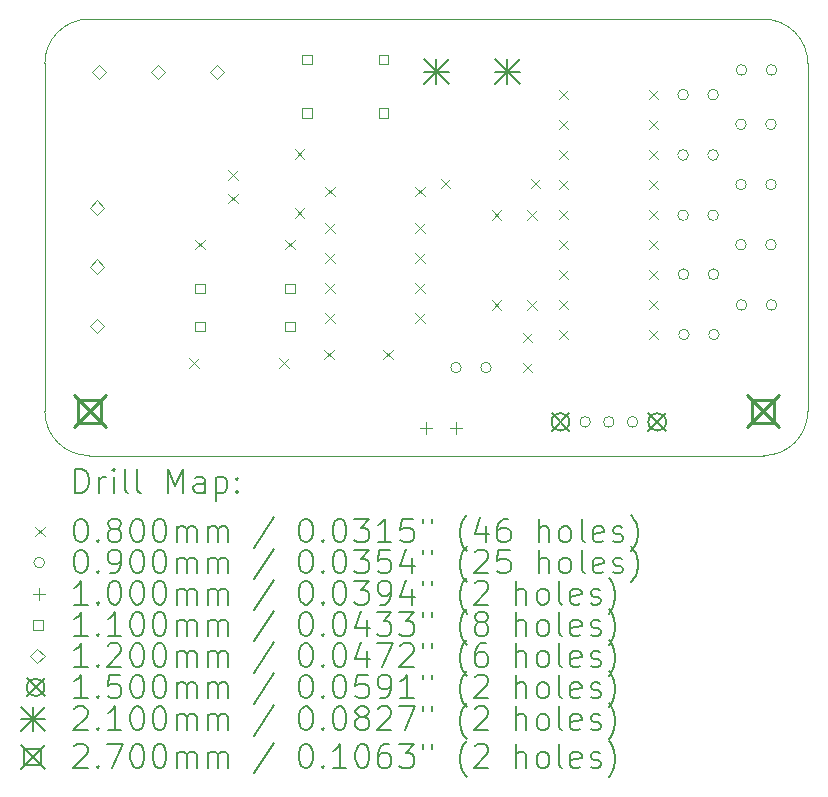
<source format=gbr>
%TF.GenerationSoftware,KiCad,Pcbnew,8.0.1*%
%TF.CreationDate,2024-04-15T15:14:33+08:00*%
%TF.ProjectId,555Sandbox,35353553-616e-4646-926f-782e6b696361,rev?*%
%TF.SameCoordinates,Original*%
%TF.FileFunction,Drillmap*%
%TF.FilePolarity,Positive*%
%FSLAX45Y45*%
G04 Gerber Fmt 4.5, Leading zero omitted, Abs format (unit mm)*
G04 Created by KiCad (PCBNEW 8.0.1) date 2024-04-15 15:14:33*
%MOMM*%
%LPD*%
G01*
G04 APERTURE LIST*
%ADD10C,0.050000*%
%ADD11C,0.200000*%
%ADD12C,0.100000*%
%ADD13C,0.110000*%
%ADD14C,0.120000*%
%ADD15C,0.150000*%
%ADD16C,0.210000*%
%ADD17C,0.270000*%
G04 APERTURE END LIST*
D10*
X13955000Y-9750000D02*
G75*
G02*
X13580000Y-10125000I-375000J0D01*
G01*
X13955000Y-6805000D02*
X13955000Y-9750000D01*
X7870000Y-10125000D02*
G75*
G02*
X7495000Y-9750000I0J375000D01*
G01*
X13580000Y-6430000D02*
G75*
G02*
X13955000Y-6805000I0J-375000D01*
G01*
X7495000Y-9750000D02*
X7495000Y-6805000D01*
X7495000Y-6805000D02*
G75*
G02*
X7870000Y-6430000I375000J0D01*
G01*
X13580000Y-10125000D02*
X7870000Y-10125000D01*
X7870000Y-6430000D02*
X13580000Y-6430000D01*
D11*
D12*
X8718000Y-9300000D02*
X8798000Y-9380000D01*
X8798000Y-9300000D02*
X8718000Y-9380000D01*
X8769000Y-8300000D02*
X8849000Y-8380000D01*
X8849000Y-8300000D02*
X8769000Y-8380000D01*
X9050000Y-7710000D02*
X9130000Y-7790000D01*
X9130000Y-7710000D02*
X9050000Y-7790000D01*
X9050000Y-7910000D02*
X9130000Y-7990000D01*
X9130000Y-7910000D02*
X9050000Y-7990000D01*
X9480000Y-9300000D02*
X9560000Y-9380000D01*
X9560000Y-9300000D02*
X9480000Y-9380000D01*
X9531000Y-8300000D02*
X9611000Y-8380000D01*
X9611000Y-8300000D02*
X9531000Y-8380000D01*
X9610000Y-7530000D02*
X9690000Y-7610000D01*
X9690000Y-7530000D02*
X9610000Y-7610000D01*
X9610000Y-8030000D02*
X9690000Y-8110000D01*
X9690000Y-8030000D02*
X9610000Y-8110000D01*
X9860000Y-9230000D02*
X9940000Y-9310000D01*
X9940000Y-9230000D02*
X9860000Y-9310000D01*
X9868000Y-8158000D02*
X9948000Y-8238000D01*
X9948000Y-8158000D02*
X9868000Y-8238000D01*
X9868000Y-8412000D02*
X9948000Y-8492000D01*
X9948000Y-8412000D02*
X9868000Y-8492000D01*
X9868000Y-8666000D02*
X9948000Y-8746000D01*
X9948000Y-8666000D02*
X9868000Y-8746000D01*
X9868000Y-8920000D02*
X9948000Y-9000000D01*
X9948000Y-8920000D02*
X9868000Y-9000000D01*
X9869000Y-7850000D02*
X9949000Y-7930000D01*
X9949000Y-7850000D02*
X9869000Y-7930000D01*
X10360000Y-9230000D02*
X10440000Y-9310000D01*
X10440000Y-9230000D02*
X10360000Y-9310000D01*
X10630000Y-8158000D02*
X10710000Y-8238000D01*
X10710000Y-8158000D02*
X10630000Y-8238000D01*
X10630000Y-8412000D02*
X10710000Y-8492000D01*
X10710000Y-8412000D02*
X10630000Y-8492000D01*
X10630000Y-8666000D02*
X10710000Y-8746000D01*
X10710000Y-8666000D02*
X10630000Y-8746000D01*
X10630000Y-8920000D02*
X10710000Y-9000000D01*
X10710000Y-8920000D02*
X10630000Y-9000000D01*
X10631000Y-7850000D02*
X10711000Y-7930000D01*
X10711000Y-7850000D02*
X10631000Y-7930000D01*
X10849000Y-7780000D02*
X10929000Y-7860000D01*
X10929000Y-7780000D02*
X10849000Y-7860000D01*
X11280000Y-8048000D02*
X11360000Y-8128000D01*
X11360000Y-8048000D02*
X11280000Y-8128000D01*
X11280000Y-8810000D02*
X11360000Y-8890000D01*
X11360000Y-8810000D02*
X11280000Y-8890000D01*
X11540000Y-9086000D02*
X11620000Y-9166000D01*
X11620000Y-9086000D02*
X11540000Y-9166000D01*
X11540000Y-9340000D02*
X11620000Y-9420000D01*
X11620000Y-9340000D02*
X11540000Y-9420000D01*
X11580000Y-8048000D02*
X11660000Y-8128000D01*
X11660000Y-8048000D02*
X11580000Y-8128000D01*
X11580000Y-8810000D02*
X11660000Y-8890000D01*
X11660000Y-8810000D02*
X11580000Y-8890000D01*
X11611000Y-7780000D02*
X11691000Y-7860000D01*
X11691000Y-7780000D02*
X11611000Y-7860000D01*
X11848000Y-7030000D02*
X11928000Y-7110000D01*
X11928000Y-7030000D02*
X11848000Y-7110000D01*
X11848000Y-7284000D02*
X11928000Y-7364000D01*
X11928000Y-7284000D02*
X11848000Y-7364000D01*
X11848000Y-7538000D02*
X11928000Y-7618000D01*
X11928000Y-7538000D02*
X11848000Y-7618000D01*
X11848000Y-7792000D02*
X11928000Y-7872000D01*
X11928000Y-7792000D02*
X11848000Y-7872000D01*
X11848000Y-8046000D02*
X11928000Y-8126000D01*
X11928000Y-8046000D02*
X11848000Y-8126000D01*
X11848000Y-8300000D02*
X11928000Y-8380000D01*
X11928000Y-8300000D02*
X11848000Y-8380000D01*
X11848000Y-8554000D02*
X11928000Y-8634000D01*
X11928000Y-8554000D02*
X11848000Y-8634000D01*
X11848000Y-8808000D02*
X11928000Y-8888000D01*
X11928000Y-8808000D02*
X11848000Y-8888000D01*
X11848000Y-9062000D02*
X11928000Y-9142000D01*
X11928000Y-9062000D02*
X11848000Y-9142000D01*
X12610000Y-7030000D02*
X12690000Y-7110000D01*
X12690000Y-7030000D02*
X12610000Y-7110000D01*
X12610000Y-7284000D02*
X12690000Y-7364000D01*
X12690000Y-7284000D02*
X12610000Y-7364000D01*
X12610000Y-7538000D02*
X12690000Y-7618000D01*
X12690000Y-7538000D02*
X12610000Y-7618000D01*
X12610000Y-7792000D02*
X12690000Y-7872000D01*
X12690000Y-7792000D02*
X12610000Y-7872000D01*
X12610000Y-8046000D02*
X12690000Y-8126000D01*
X12690000Y-8046000D02*
X12610000Y-8126000D01*
X12610000Y-8300000D02*
X12690000Y-8380000D01*
X12690000Y-8300000D02*
X12610000Y-8380000D01*
X12610000Y-8554000D02*
X12690000Y-8634000D01*
X12690000Y-8554000D02*
X12610000Y-8634000D01*
X12610000Y-8808000D02*
X12690000Y-8888000D01*
X12690000Y-8808000D02*
X12610000Y-8888000D01*
X12610000Y-9062000D02*
X12690000Y-9142000D01*
X12690000Y-9062000D02*
X12610000Y-9142000D01*
X11021000Y-9380000D02*
G75*
G02*
X10931000Y-9380000I-45000J0D01*
G01*
X10931000Y-9380000D02*
G75*
G02*
X11021000Y-9380000I45000J0D01*
G01*
X11275000Y-9380000D02*
G75*
G02*
X11185000Y-9380000I-45000J0D01*
G01*
X11185000Y-9380000D02*
G75*
G02*
X11275000Y-9380000I45000J0D01*
G01*
X12115000Y-9840000D02*
G75*
G02*
X12025000Y-9840000I-45000J0D01*
G01*
X12025000Y-9840000D02*
G75*
G02*
X12115000Y-9840000I45000J0D01*
G01*
X12315000Y-9840000D02*
G75*
G02*
X12225000Y-9840000I-45000J0D01*
G01*
X12225000Y-9840000D02*
G75*
G02*
X12315000Y-9840000I45000J0D01*
G01*
X12515000Y-9840000D02*
G75*
G02*
X12425000Y-9840000I-45000J0D01*
G01*
X12425000Y-9840000D02*
G75*
G02*
X12515000Y-9840000I45000J0D01*
G01*
X12944000Y-7070000D02*
G75*
G02*
X12854000Y-7070000I-45000J0D01*
G01*
X12854000Y-7070000D02*
G75*
G02*
X12944000Y-7070000I45000J0D01*
G01*
X12944000Y-7580000D02*
G75*
G02*
X12854000Y-7580000I-45000J0D01*
G01*
X12854000Y-7580000D02*
G75*
G02*
X12944000Y-7580000I45000J0D01*
G01*
X12944000Y-8090000D02*
G75*
G02*
X12854000Y-8090000I-45000J0D01*
G01*
X12854000Y-8090000D02*
G75*
G02*
X12944000Y-8090000I45000J0D01*
G01*
X12947500Y-8590000D02*
G75*
G02*
X12857500Y-8590000I-45000J0D01*
G01*
X12857500Y-8590000D02*
G75*
G02*
X12947500Y-8590000I45000J0D01*
G01*
X12951000Y-9100000D02*
G75*
G02*
X12861000Y-9100000I-45000J0D01*
G01*
X12861000Y-9100000D02*
G75*
G02*
X12951000Y-9100000I45000J0D01*
G01*
X13198000Y-7070000D02*
G75*
G02*
X13108000Y-7070000I-45000J0D01*
G01*
X13108000Y-7070000D02*
G75*
G02*
X13198000Y-7070000I45000J0D01*
G01*
X13198000Y-7580000D02*
G75*
G02*
X13108000Y-7580000I-45000J0D01*
G01*
X13108000Y-7580000D02*
G75*
G02*
X13198000Y-7580000I45000J0D01*
G01*
X13198000Y-8090000D02*
G75*
G02*
X13108000Y-8090000I-45000J0D01*
G01*
X13108000Y-8090000D02*
G75*
G02*
X13198000Y-8090000I45000J0D01*
G01*
X13201500Y-8590000D02*
G75*
G02*
X13111500Y-8590000I-45000J0D01*
G01*
X13111500Y-8590000D02*
G75*
G02*
X13201500Y-8590000I45000J0D01*
G01*
X13205000Y-9100000D02*
G75*
G02*
X13115000Y-9100000I-45000J0D01*
G01*
X13115000Y-9100000D02*
G75*
G02*
X13205000Y-9100000I45000J0D01*
G01*
X13434000Y-7320000D02*
G75*
G02*
X13344000Y-7320000I-45000J0D01*
G01*
X13344000Y-7320000D02*
G75*
G02*
X13434000Y-7320000I45000J0D01*
G01*
X13434000Y-7830000D02*
G75*
G02*
X13344000Y-7830000I-45000J0D01*
G01*
X13344000Y-7830000D02*
G75*
G02*
X13434000Y-7830000I45000J0D01*
G01*
X13434000Y-8340000D02*
G75*
G02*
X13344000Y-8340000I-45000J0D01*
G01*
X13344000Y-8340000D02*
G75*
G02*
X13434000Y-8340000I45000J0D01*
G01*
X13437500Y-6860000D02*
G75*
G02*
X13347500Y-6860000I-45000J0D01*
G01*
X13347500Y-6860000D02*
G75*
G02*
X13437500Y-6860000I45000J0D01*
G01*
X13437500Y-8850000D02*
G75*
G02*
X13347500Y-8850000I-45000J0D01*
G01*
X13347500Y-8850000D02*
G75*
G02*
X13437500Y-8850000I45000J0D01*
G01*
X13688000Y-7320000D02*
G75*
G02*
X13598000Y-7320000I-45000J0D01*
G01*
X13598000Y-7320000D02*
G75*
G02*
X13688000Y-7320000I45000J0D01*
G01*
X13688000Y-7830000D02*
G75*
G02*
X13598000Y-7830000I-45000J0D01*
G01*
X13598000Y-7830000D02*
G75*
G02*
X13688000Y-7830000I45000J0D01*
G01*
X13688000Y-8340000D02*
G75*
G02*
X13598000Y-8340000I-45000J0D01*
G01*
X13598000Y-8340000D02*
G75*
G02*
X13688000Y-8340000I45000J0D01*
G01*
X13691500Y-6860000D02*
G75*
G02*
X13601500Y-6860000I-45000J0D01*
G01*
X13601500Y-6860000D02*
G75*
G02*
X13691500Y-6860000I45000J0D01*
G01*
X13691500Y-8850000D02*
G75*
G02*
X13601500Y-8850000I-45000J0D01*
G01*
X13601500Y-8850000D02*
G75*
G02*
X13691500Y-8850000I45000J0D01*
G01*
X10722000Y-9840000D02*
X10722000Y-9940000D01*
X10672000Y-9890000D02*
X10772000Y-9890000D01*
X10976000Y-9840000D02*
X10976000Y-9940000D01*
X10926000Y-9890000D02*
X11026000Y-9890000D01*
D13*
X8847891Y-8748891D02*
X8847891Y-8671109D01*
X8770109Y-8671109D01*
X8770109Y-8748891D01*
X8847891Y-8748891D01*
X8847891Y-9068891D02*
X8847891Y-8991109D01*
X8770109Y-8991109D01*
X8770109Y-9068891D01*
X8847891Y-9068891D01*
X9609891Y-8748891D02*
X9609891Y-8671109D01*
X9532109Y-8671109D01*
X9532109Y-8748891D01*
X9609891Y-8748891D01*
X9609891Y-9068891D02*
X9609891Y-8991109D01*
X9532109Y-8991109D01*
X9532109Y-9068891D01*
X9609891Y-9068891D01*
X9753891Y-6813891D02*
X9753891Y-6736109D01*
X9676109Y-6736109D01*
X9676109Y-6813891D01*
X9753891Y-6813891D01*
X9753891Y-7263891D02*
X9753891Y-7186109D01*
X9676109Y-7186109D01*
X9676109Y-7263891D01*
X9753891Y-7263891D01*
X10403891Y-6813891D02*
X10403891Y-6736109D01*
X10326109Y-6736109D01*
X10326109Y-6813891D01*
X10403891Y-6813891D01*
X10403891Y-7263891D02*
X10403891Y-7186109D01*
X10326109Y-7186109D01*
X10326109Y-7263891D01*
X10403891Y-7263891D01*
D14*
X7940000Y-8085000D02*
X8000000Y-8025000D01*
X7940000Y-7965000D01*
X7880000Y-8025000D01*
X7940000Y-8085000D01*
X7940000Y-8585000D02*
X8000000Y-8525000D01*
X7940000Y-8465000D01*
X7880000Y-8525000D01*
X7940000Y-8585000D01*
X7940000Y-9085000D02*
X8000000Y-9025000D01*
X7940000Y-8965000D01*
X7880000Y-9025000D01*
X7940000Y-9085000D01*
X7955000Y-6935000D02*
X8015000Y-6875000D01*
X7955000Y-6815000D01*
X7895000Y-6875000D01*
X7955000Y-6935000D01*
X8455000Y-6935000D02*
X8515000Y-6875000D01*
X8455000Y-6815000D01*
X8395000Y-6875000D01*
X8455000Y-6935000D01*
X8955000Y-6935000D02*
X9015000Y-6875000D01*
X8955000Y-6815000D01*
X8895000Y-6875000D01*
X8955000Y-6935000D01*
D15*
X11785000Y-9765000D02*
X11935000Y-9915000D01*
X11935000Y-9765000D02*
X11785000Y-9915000D01*
X11935000Y-9840000D02*
G75*
G02*
X11785000Y-9840000I-75000J0D01*
G01*
X11785000Y-9840000D02*
G75*
G02*
X11935000Y-9840000I75000J0D01*
G01*
X12605000Y-9765000D02*
X12755000Y-9915000D01*
X12755000Y-9765000D02*
X12605000Y-9915000D01*
X12755000Y-9840000D02*
G75*
G02*
X12605000Y-9840000I-75000J0D01*
G01*
X12605000Y-9840000D02*
G75*
G02*
X12755000Y-9840000I75000J0D01*
G01*
D16*
X10705000Y-6770000D02*
X10915000Y-6980000D01*
X10915000Y-6770000D02*
X10705000Y-6980000D01*
X10810000Y-6770000D02*
X10810000Y-6980000D01*
X10705000Y-6875000D02*
X10915000Y-6875000D01*
X11305000Y-6770000D02*
X11515000Y-6980000D01*
X11515000Y-6770000D02*
X11305000Y-6980000D01*
X11410000Y-6770000D02*
X11410000Y-6980000D01*
X11305000Y-6875000D02*
X11515000Y-6875000D01*
D17*
X7740000Y-9615000D02*
X8010000Y-9885000D01*
X8010000Y-9615000D02*
X7740000Y-9885000D01*
X7970460Y-9845460D02*
X7970460Y-9654540D01*
X7779540Y-9654540D01*
X7779540Y-9845460D01*
X7970460Y-9845460D01*
X13440000Y-9615000D02*
X13710000Y-9885000D01*
X13710000Y-9615000D02*
X13440000Y-9885000D01*
X13670460Y-9845460D02*
X13670460Y-9654540D01*
X13479540Y-9654540D01*
X13479540Y-9845460D01*
X13670460Y-9845460D01*
D11*
X7753277Y-10438984D02*
X7753277Y-10238984D01*
X7753277Y-10238984D02*
X7800896Y-10238984D01*
X7800896Y-10238984D02*
X7829467Y-10248508D01*
X7829467Y-10248508D02*
X7848515Y-10267555D01*
X7848515Y-10267555D02*
X7858039Y-10286603D01*
X7858039Y-10286603D02*
X7867562Y-10324698D01*
X7867562Y-10324698D02*
X7867562Y-10353270D01*
X7867562Y-10353270D02*
X7858039Y-10391365D01*
X7858039Y-10391365D02*
X7848515Y-10410412D01*
X7848515Y-10410412D02*
X7829467Y-10429460D01*
X7829467Y-10429460D02*
X7800896Y-10438984D01*
X7800896Y-10438984D02*
X7753277Y-10438984D01*
X7953277Y-10438984D02*
X7953277Y-10305650D01*
X7953277Y-10343746D02*
X7962801Y-10324698D01*
X7962801Y-10324698D02*
X7972324Y-10315174D01*
X7972324Y-10315174D02*
X7991372Y-10305650D01*
X7991372Y-10305650D02*
X8010420Y-10305650D01*
X8077086Y-10438984D02*
X8077086Y-10305650D01*
X8077086Y-10238984D02*
X8067562Y-10248508D01*
X8067562Y-10248508D02*
X8077086Y-10258031D01*
X8077086Y-10258031D02*
X8086610Y-10248508D01*
X8086610Y-10248508D02*
X8077086Y-10238984D01*
X8077086Y-10238984D02*
X8077086Y-10258031D01*
X8200896Y-10438984D02*
X8181848Y-10429460D01*
X8181848Y-10429460D02*
X8172324Y-10410412D01*
X8172324Y-10410412D02*
X8172324Y-10238984D01*
X8305658Y-10438984D02*
X8286610Y-10429460D01*
X8286610Y-10429460D02*
X8277086Y-10410412D01*
X8277086Y-10410412D02*
X8277086Y-10238984D01*
X8534229Y-10438984D02*
X8534229Y-10238984D01*
X8534229Y-10238984D02*
X8600896Y-10381841D01*
X8600896Y-10381841D02*
X8667563Y-10238984D01*
X8667563Y-10238984D02*
X8667563Y-10438984D01*
X8848515Y-10438984D02*
X8848515Y-10334222D01*
X8848515Y-10334222D02*
X8838991Y-10315174D01*
X8838991Y-10315174D02*
X8819944Y-10305650D01*
X8819944Y-10305650D02*
X8781848Y-10305650D01*
X8781848Y-10305650D02*
X8762801Y-10315174D01*
X8848515Y-10429460D02*
X8829467Y-10438984D01*
X8829467Y-10438984D02*
X8781848Y-10438984D01*
X8781848Y-10438984D02*
X8762801Y-10429460D01*
X8762801Y-10429460D02*
X8753277Y-10410412D01*
X8753277Y-10410412D02*
X8753277Y-10391365D01*
X8753277Y-10391365D02*
X8762801Y-10372317D01*
X8762801Y-10372317D02*
X8781848Y-10362793D01*
X8781848Y-10362793D02*
X8829467Y-10362793D01*
X8829467Y-10362793D02*
X8848515Y-10353270D01*
X8943753Y-10305650D02*
X8943753Y-10505650D01*
X8943753Y-10315174D02*
X8962801Y-10305650D01*
X8962801Y-10305650D02*
X9000896Y-10305650D01*
X9000896Y-10305650D02*
X9019944Y-10315174D01*
X9019944Y-10315174D02*
X9029467Y-10324698D01*
X9029467Y-10324698D02*
X9038991Y-10343746D01*
X9038991Y-10343746D02*
X9038991Y-10400889D01*
X9038991Y-10400889D02*
X9029467Y-10419936D01*
X9029467Y-10419936D02*
X9019944Y-10429460D01*
X9019944Y-10429460D02*
X9000896Y-10438984D01*
X9000896Y-10438984D02*
X8962801Y-10438984D01*
X8962801Y-10438984D02*
X8943753Y-10429460D01*
X9124705Y-10419936D02*
X9134229Y-10429460D01*
X9134229Y-10429460D02*
X9124705Y-10438984D01*
X9124705Y-10438984D02*
X9115182Y-10429460D01*
X9115182Y-10429460D02*
X9124705Y-10419936D01*
X9124705Y-10419936D02*
X9124705Y-10438984D01*
X9124705Y-10315174D02*
X9134229Y-10324698D01*
X9134229Y-10324698D02*
X9124705Y-10334222D01*
X9124705Y-10334222D02*
X9115182Y-10324698D01*
X9115182Y-10324698D02*
X9124705Y-10315174D01*
X9124705Y-10315174D02*
X9124705Y-10334222D01*
D12*
X7412500Y-10727500D02*
X7492500Y-10807500D01*
X7492500Y-10727500D02*
X7412500Y-10807500D01*
D11*
X7791372Y-10658984D02*
X7810420Y-10658984D01*
X7810420Y-10658984D02*
X7829467Y-10668508D01*
X7829467Y-10668508D02*
X7838991Y-10678031D01*
X7838991Y-10678031D02*
X7848515Y-10697079D01*
X7848515Y-10697079D02*
X7858039Y-10735174D01*
X7858039Y-10735174D02*
X7858039Y-10782793D01*
X7858039Y-10782793D02*
X7848515Y-10820889D01*
X7848515Y-10820889D02*
X7838991Y-10839936D01*
X7838991Y-10839936D02*
X7829467Y-10849460D01*
X7829467Y-10849460D02*
X7810420Y-10858984D01*
X7810420Y-10858984D02*
X7791372Y-10858984D01*
X7791372Y-10858984D02*
X7772324Y-10849460D01*
X7772324Y-10849460D02*
X7762801Y-10839936D01*
X7762801Y-10839936D02*
X7753277Y-10820889D01*
X7753277Y-10820889D02*
X7743753Y-10782793D01*
X7743753Y-10782793D02*
X7743753Y-10735174D01*
X7743753Y-10735174D02*
X7753277Y-10697079D01*
X7753277Y-10697079D02*
X7762801Y-10678031D01*
X7762801Y-10678031D02*
X7772324Y-10668508D01*
X7772324Y-10668508D02*
X7791372Y-10658984D01*
X7943753Y-10839936D02*
X7953277Y-10849460D01*
X7953277Y-10849460D02*
X7943753Y-10858984D01*
X7943753Y-10858984D02*
X7934229Y-10849460D01*
X7934229Y-10849460D02*
X7943753Y-10839936D01*
X7943753Y-10839936D02*
X7943753Y-10858984D01*
X8067562Y-10744698D02*
X8048515Y-10735174D01*
X8048515Y-10735174D02*
X8038991Y-10725650D01*
X8038991Y-10725650D02*
X8029467Y-10706603D01*
X8029467Y-10706603D02*
X8029467Y-10697079D01*
X8029467Y-10697079D02*
X8038991Y-10678031D01*
X8038991Y-10678031D02*
X8048515Y-10668508D01*
X8048515Y-10668508D02*
X8067562Y-10658984D01*
X8067562Y-10658984D02*
X8105658Y-10658984D01*
X8105658Y-10658984D02*
X8124705Y-10668508D01*
X8124705Y-10668508D02*
X8134229Y-10678031D01*
X8134229Y-10678031D02*
X8143753Y-10697079D01*
X8143753Y-10697079D02*
X8143753Y-10706603D01*
X8143753Y-10706603D02*
X8134229Y-10725650D01*
X8134229Y-10725650D02*
X8124705Y-10735174D01*
X8124705Y-10735174D02*
X8105658Y-10744698D01*
X8105658Y-10744698D02*
X8067562Y-10744698D01*
X8067562Y-10744698D02*
X8048515Y-10754222D01*
X8048515Y-10754222D02*
X8038991Y-10763746D01*
X8038991Y-10763746D02*
X8029467Y-10782793D01*
X8029467Y-10782793D02*
X8029467Y-10820889D01*
X8029467Y-10820889D02*
X8038991Y-10839936D01*
X8038991Y-10839936D02*
X8048515Y-10849460D01*
X8048515Y-10849460D02*
X8067562Y-10858984D01*
X8067562Y-10858984D02*
X8105658Y-10858984D01*
X8105658Y-10858984D02*
X8124705Y-10849460D01*
X8124705Y-10849460D02*
X8134229Y-10839936D01*
X8134229Y-10839936D02*
X8143753Y-10820889D01*
X8143753Y-10820889D02*
X8143753Y-10782793D01*
X8143753Y-10782793D02*
X8134229Y-10763746D01*
X8134229Y-10763746D02*
X8124705Y-10754222D01*
X8124705Y-10754222D02*
X8105658Y-10744698D01*
X8267562Y-10658984D02*
X8286610Y-10658984D01*
X8286610Y-10658984D02*
X8305658Y-10668508D01*
X8305658Y-10668508D02*
X8315182Y-10678031D01*
X8315182Y-10678031D02*
X8324705Y-10697079D01*
X8324705Y-10697079D02*
X8334229Y-10735174D01*
X8334229Y-10735174D02*
X8334229Y-10782793D01*
X8334229Y-10782793D02*
X8324705Y-10820889D01*
X8324705Y-10820889D02*
X8315182Y-10839936D01*
X8315182Y-10839936D02*
X8305658Y-10849460D01*
X8305658Y-10849460D02*
X8286610Y-10858984D01*
X8286610Y-10858984D02*
X8267562Y-10858984D01*
X8267562Y-10858984D02*
X8248515Y-10849460D01*
X8248515Y-10849460D02*
X8238991Y-10839936D01*
X8238991Y-10839936D02*
X8229467Y-10820889D01*
X8229467Y-10820889D02*
X8219943Y-10782793D01*
X8219943Y-10782793D02*
X8219943Y-10735174D01*
X8219943Y-10735174D02*
X8229467Y-10697079D01*
X8229467Y-10697079D02*
X8238991Y-10678031D01*
X8238991Y-10678031D02*
X8248515Y-10668508D01*
X8248515Y-10668508D02*
X8267562Y-10658984D01*
X8458039Y-10658984D02*
X8477086Y-10658984D01*
X8477086Y-10658984D02*
X8496134Y-10668508D01*
X8496134Y-10668508D02*
X8505658Y-10678031D01*
X8505658Y-10678031D02*
X8515182Y-10697079D01*
X8515182Y-10697079D02*
X8524705Y-10735174D01*
X8524705Y-10735174D02*
X8524705Y-10782793D01*
X8524705Y-10782793D02*
X8515182Y-10820889D01*
X8515182Y-10820889D02*
X8505658Y-10839936D01*
X8505658Y-10839936D02*
X8496134Y-10849460D01*
X8496134Y-10849460D02*
X8477086Y-10858984D01*
X8477086Y-10858984D02*
X8458039Y-10858984D01*
X8458039Y-10858984D02*
X8438991Y-10849460D01*
X8438991Y-10849460D02*
X8429467Y-10839936D01*
X8429467Y-10839936D02*
X8419944Y-10820889D01*
X8419944Y-10820889D02*
X8410420Y-10782793D01*
X8410420Y-10782793D02*
X8410420Y-10735174D01*
X8410420Y-10735174D02*
X8419944Y-10697079D01*
X8419944Y-10697079D02*
X8429467Y-10678031D01*
X8429467Y-10678031D02*
X8438991Y-10668508D01*
X8438991Y-10668508D02*
X8458039Y-10658984D01*
X8610420Y-10858984D02*
X8610420Y-10725650D01*
X8610420Y-10744698D02*
X8619944Y-10735174D01*
X8619944Y-10735174D02*
X8638991Y-10725650D01*
X8638991Y-10725650D02*
X8667563Y-10725650D01*
X8667563Y-10725650D02*
X8686610Y-10735174D01*
X8686610Y-10735174D02*
X8696134Y-10754222D01*
X8696134Y-10754222D02*
X8696134Y-10858984D01*
X8696134Y-10754222D02*
X8705658Y-10735174D01*
X8705658Y-10735174D02*
X8724705Y-10725650D01*
X8724705Y-10725650D02*
X8753277Y-10725650D01*
X8753277Y-10725650D02*
X8772325Y-10735174D01*
X8772325Y-10735174D02*
X8781848Y-10754222D01*
X8781848Y-10754222D02*
X8781848Y-10858984D01*
X8877086Y-10858984D02*
X8877086Y-10725650D01*
X8877086Y-10744698D02*
X8886610Y-10735174D01*
X8886610Y-10735174D02*
X8905658Y-10725650D01*
X8905658Y-10725650D02*
X8934229Y-10725650D01*
X8934229Y-10725650D02*
X8953277Y-10735174D01*
X8953277Y-10735174D02*
X8962801Y-10754222D01*
X8962801Y-10754222D02*
X8962801Y-10858984D01*
X8962801Y-10754222D02*
X8972325Y-10735174D01*
X8972325Y-10735174D02*
X8991372Y-10725650D01*
X8991372Y-10725650D02*
X9019944Y-10725650D01*
X9019944Y-10725650D02*
X9038991Y-10735174D01*
X9038991Y-10735174D02*
X9048515Y-10754222D01*
X9048515Y-10754222D02*
X9048515Y-10858984D01*
X9438991Y-10649460D02*
X9267563Y-10906603D01*
X9696134Y-10658984D02*
X9715182Y-10658984D01*
X9715182Y-10658984D02*
X9734229Y-10668508D01*
X9734229Y-10668508D02*
X9743753Y-10678031D01*
X9743753Y-10678031D02*
X9753277Y-10697079D01*
X9753277Y-10697079D02*
X9762801Y-10735174D01*
X9762801Y-10735174D02*
X9762801Y-10782793D01*
X9762801Y-10782793D02*
X9753277Y-10820889D01*
X9753277Y-10820889D02*
X9743753Y-10839936D01*
X9743753Y-10839936D02*
X9734229Y-10849460D01*
X9734229Y-10849460D02*
X9715182Y-10858984D01*
X9715182Y-10858984D02*
X9696134Y-10858984D01*
X9696134Y-10858984D02*
X9677087Y-10849460D01*
X9677087Y-10849460D02*
X9667563Y-10839936D01*
X9667563Y-10839936D02*
X9658039Y-10820889D01*
X9658039Y-10820889D02*
X9648515Y-10782793D01*
X9648515Y-10782793D02*
X9648515Y-10735174D01*
X9648515Y-10735174D02*
X9658039Y-10697079D01*
X9658039Y-10697079D02*
X9667563Y-10678031D01*
X9667563Y-10678031D02*
X9677087Y-10668508D01*
X9677087Y-10668508D02*
X9696134Y-10658984D01*
X9848515Y-10839936D02*
X9858039Y-10849460D01*
X9858039Y-10849460D02*
X9848515Y-10858984D01*
X9848515Y-10858984D02*
X9838991Y-10849460D01*
X9838991Y-10849460D02*
X9848515Y-10839936D01*
X9848515Y-10839936D02*
X9848515Y-10858984D01*
X9981848Y-10658984D02*
X10000896Y-10658984D01*
X10000896Y-10658984D02*
X10019944Y-10668508D01*
X10019944Y-10668508D02*
X10029468Y-10678031D01*
X10029468Y-10678031D02*
X10038991Y-10697079D01*
X10038991Y-10697079D02*
X10048515Y-10735174D01*
X10048515Y-10735174D02*
X10048515Y-10782793D01*
X10048515Y-10782793D02*
X10038991Y-10820889D01*
X10038991Y-10820889D02*
X10029468Y-10839936D01*
X10029468Y-10839936D02*
X10019944Y-10849460D01*
X10019944Y-10849460D02*
X10000896Y-10858984D01*
X10000896Y-10858984D02*
X9981848Y-10858984D01*
X9981848Y-10858984D02*
X9962801Y-10849460D01*
X9962801Y-10849460D02*
X9953277Y-10839936D01*
X9953277Y-10839936D02*
X9943753Y-10820889D01*
X9943753Y-10820889D02*
X9934229Y-10782793D01*
X9934229Y-10782793D02*
X9934229Y-10735174D01*
X9934229Y-10735174D02*
X9943753Y-10697079D01*
X9943753Y-10697079D02*
X9953277Y-10678031D01*
X9953277Y-10678031D02*
X9962801Y-10668508D01*
X9962801Y-10668508D02*
X9981848Y-10658984D01*
X10115182Y-10658984D02*
X10238991Y-10658984D01*
X10238991Y-10658984D02*
X10172325Y-10735174D01*
X10172325Y-10735174D02*
X10200896Y-10735174D01*
X10200896Y-10735174D02*
X10219944Y-10744698D01*
X10219944Y-10744698D02*
X10229468Y-10754222D01*
X10229468Y-10754222D02*
X10238991Y-10773270D01*
X10238991Y-10773270D02*
X10238991Y-10820889D01*
X10238991Y-10820889D02*
X10229468Y-10839936D01*
X10229468Y-10839936D02*
X10219944Y-10849460D01*
X10219944Y-10849460D02*
X10200896Y-10858984D01*
X10200896Y-10858984D02*
X10143753Y-10858984D01*
X10143753Y-10858984D02*
X10124706Y-10849460D01*
X10124706Y-10849460D02*
X10115182Y-10839936D01*
X10429468Y-10858984D02*
X10315182Y-10858984D01*
X10372325Y-10858984D02*
X10372325Y-10658984D01*
X10372325Y-10658984D02*
X10353277Y-10687555D01*
X10353277Y-10687555D02*
X10334229Y-10706603D01*
X10334229Y-10706603D02*
X10315182Y-10716127D01*
X10610420Y-10658984D02*
X10515182Y-10658984D01*
X10515182Y-10658984D02*
X10505658Y-10754222D01*
X10505658Y-10754222D02*
X10515182Y-10744698D01*
X10515182Y-10744698D02*
X10534229Y-10735174D01*
X10534229Y-10735174D02*
X10581849Y-10735174D01*
X10581849Y-10735174D02*
X10600896Y-10744698D01*
X10600896Y-10744698D02*
X10610420Y-10754222D01*
X10610420Y-10754222D02*
X10619944Y-10773270D01*
X10619944Y-10773270D02*
X10619944Y-10820889D01*
X10619944Y-10820889D02*
X10610420Y-10839936D01*
X10610420Y-10839936D02*
X10600896Y-10849460D01*
X10600896Y-10849460D02*
X10581849Y-10858984D01*
X10581849Y-10858984D02*
X10534229Y-10858984D01*
X10534229Y-10858984D02*
X10515182Y-10849460D01*
X10515182Y-10849460D02*
X10505658Y-10839936D01*
X10696134Y-10658984D02*
X10696134Y-10697079D01*
X10772325Y-10658984D02*
X10772325Y-10697079D01*
X11067563Y-10935174D02*
X11058039Y-10925650D01*
X11058039Y-10925650D02*
X11038991Y-10897079D01*
X11038991Y-10897079D02*
X11029468Y-10878031D01*
X11029468Y-10878031D02*
X11019944Y-10849460D01*
X11019944Y-10849460D02*
X11010420Y-10801841D01*
X11010420Y-10801841D02*
X11010420Y-10763746D01*
X11010420Y-10763746D02*
X11019944Y-10716127D01*
X11019944Y-10716127D02*
X11029468Y-10687555D01*
X11029468Y-10687555D02*
X11038991Y-10668508D01*
X11038991Y-10668508D02*
X11058039Y-10639936D01*
X11058039Y-10639936D02*
X11067563Y-10630412D01*
X11229468Y-10725650D02*
X11229468Y-10858984D01*
X11181849Y-10649460D02*
X11134230Y-10792317D01*
X11134230Y-10792317D02*
X11258039Y-10792317D01*
X11419944Y-10658984D02*
X11381848Y-10658984D01*
X11381848Y-10658984D02*
X11362801Y-10668508D01*
X11362801Y-10668508D02*
X11353277Y-10678031D01*
X11353277Y-10678031D02*
X11334229Y-10706603D01*
X11334229Y-10706603D02*
X11324706Y-10744698D01*
X11324706Y-10744698D02*
X11324706Y-10820889D01*
X11324706Y-10820889D02*
X11334229Y-10839936D01*
X11334229Y-10839936D02*
X11343753Y-10849460D01*
X11343753Y-10849460D02*
X11362801Y-10858984D01*
X11362801Y-10858984D02*
X11400896Y-10858984D01*
X11400896Y-10858984D02*
X11419944Y-10849460D01*
X11419944Y-10849460D02*
X11429468Y-10839936D01*
X11429468Y-10839936D02*
X11438991Y-10820889D01*
X11438991Y-10820889D02*
X11438991Y-10773270D01*
X11438991Y-10773270D02*
X11429468Y-10754222D01*
X11429468Y-10754222D02*
X11419944Y-10744698D01*
X11419944Y-10744698D02*
X11400896Y-10735174D01*
X11400896Y-10735174D02*
X11362801Y-10735174D01*
X11362801Y-10735174D02*
X11343753Y-10744698D01*
X11343753Y-10744698D02*
X11334229Y-10754222D01*
X11334229Y-10754222D02*
X11324706Y-10773270D01*
X11677087Y-10858984D02*
X11677087Y-10658984D01*
X11762801Y-10858984D02*
X11762801Y-10754222D01*
X11762801Y-10754222D02*
X11753277Y-10735174D01*
X11753277Y-10735174D02*
X11734230Y-10725650D01*
X11734230Y-10725650D02*
X11705658Y-10725650D01*
X11705658Y-10725650D02*
X11686610Y-10735174D01*
X11686610Y-10735174D02*
X11677087Y-10744698D01*
X11886610Y-10858984D02*
X11867563Y-10849460D01*
X11867563Y-10849460D02*
X11858039Y-10839936D01*
X11858039Y-10839936D02*
X11848515Y-10820889D01*
X11848515Y-10820889D02*
X11848515Y-10763746D01*
X11848515Y-10763746D02*
X11858039Y-10744698D01*
X11858039Y-10744698D02*
X11867563Y-10735174D01*
X11867563Y-10735174D02*
X11886610Y-10725650D01*
X11886610Y-10725650D02*
X11915182Y-10725650D01*
X11915182Y-10725650D02*
X11934230Y-10735174D01*
X11934230Y-10735174D02*
X11943753Y-10744698D01*
X11943753Y-10744698D02*
X11953277Y-10763746D01*
X11953277Y-10763746D02*
X11953277Y-10820889D01*
X11953277Y-10820889D02*
X11943753Y-10839936D01*
X11943753Y-10839936D02*
X11934230Y-10849460D01*
X11934230Y-10849460D02*
X11915182Y-10858984D01*
X11915182Y-10858984D02*
X11886610Y-10858984D01*
X12067563Y-10858984D02*
X12048515Y-10849460D01*
X12048515Y-10849460D02*
X12038991Y-10830412D01*
X12038991Y-10830412D02*
X12038991Y-10658984D01*
X12219944Y-10849460D02*
X12200896Y-10858984D01*
X12200896Y-10858984D02*
X12162801Y-10858984D01*
X12162801Y-10858984D02*
X12143753Y-10849460D01*
X12143753Y-10849460D02*
X12134230Y-10830412D01*
X12134230Y-10830412D02*
X12134230Y-10754222D01*
X12134230Y-10754222D02*
X12143753Y-10735174D01*
X12143753Y-10735174D02*
X12162801Y-10725650D01*
X12162801Y-10725650D02*
X12200896Y-10725650D01*
X12200896Y-10725650D02*
X12219944Y-10735174D01*
X12219944Y-10735174D02*
X12229468Y-10754222D01*
X12229468Y-10754222D02*
X12229468Y-10773270D01*
X12229468Y-10773270D02*
X12134230Y-10792317D01*
X12305658Y-10849460D02*
X12324706Y-10858984D01*
X12324706Y-10858984D02*
X12362801Y-10858984D01*
X12362801Y-10858984D02*
X12381849Y-10849460D01*
X12381849Y-10849460D02*
X12391372Y-10830412D01*
X12391372Y-10830412D02*
X12391372Y-10820889D01*
X12391372Y-10820889D02*
X12381849Y-10801841D01*
X12381849Y-10801841D02*
X12362801Y-10792317D01*
X12362801Y-10792317D02*
X12334230Y-10792317D01*
X12334230Y-10792317D02*
X12315182Y-10782793D01*
X12315182Y-10782793D02*
X12305658Y-10763746D01*
X12305658Y-10763746D02*
X12305658Y-10754222D01*
X12305658Y-10754222D02*
X12315182Y-10735174D01*
X12315182Y-10735174D02*
X12334230Y-10725650D01*
X12334230Y-10725650D02*
X12362801Y-10725650D01*
X12362801Y-10725650D02*
X12381849Y-10735174D01*
X12458039Y-10935174D02*
X12467563Y-10925650D01*
X12467563Y-10925650D02*
X12486611Y-10897079D01*
X12486611Y-10897079D02*
X12496134Y-10878031D01*
X12496134Y-10878031D02*
X12505658Y-10849460D01*
X12505658Y-10849460D02*
X12515182Y-10801841D01*
X12515182Y-10801841D02*
X12515182Y-10763746D01*
X12515182Y-10763746D02*
X12505658Y-10716127D01*
X12505658Y-10716127D02*
X12496134Y-10687555D01*
X12496134Y-10687555D02*
X12486611Y-10668508D01*
X12486611Y-10668508D02*
X12467563Y-10639936D01*
X12467563Y-10639936D02*
X12458039Y-10630412D01*
D12*
X7492500Y-11031500D02*
G75*
G02*
X7402500Y-11031500I-45000J0D01*
G01*
X7402500Y-11031500D02*
G75*
G02*
X7492500Y-11031500I45000J0D01*
G01*
D11*
X7791372Y-10922984D02*
X7810420Y-10922984D01*
X7810420Y-10922984D02*
X7829467Y-10932508D01*
X7829467Y-10932508D02*
X7838991Y-10942031D01*
X7838991Y-10942031D02*
X7848515Y-10961079D01*
X7848515Y-10961079D02*
X7858039Y-10999174D01*
X7858039Y-10999174D02*
X7858039Y-11046793D01*
X7858039Y-11046793D02*
X7848515Y-11084889D01*
X7848515Y-11084889D02*
X7838991Y-11103936D01*
X7838991Y-11103936D02*
X7829467Y-11113460D01*
X7829467Y-11113460D02*
X7810420Y-11122984D01*
X7810420Y-11122984D02*
X7791372Y-11122984D01*
X7791372Y-11122984D02*
X7772324Y-11113460D01*
X7772324Y-11113460D02*
X7762801Y-11103936D01*
X7762801Y-11103936D02*
X7753277Y-11084889D01*
X7753277Y-11084889D02*
X7743753Y-11046793D01*
X7743753Y-11046793D02*
X7743753Y-10999174D01*
X7743753Y-10999174D02*
X7753277Y-10961079D01*
X7753277Y-10961079D02*
X7762801Y-10942031D01*
X7762801Y-10942031D02*
X7772324Y-10932508D01*
X7772324Y-10932508D02*
X7791372Y-10922984D01*
X7943753Y-11103936D02*
X7953277Y-11113460D01*
X7953277Y-11113460D02*
X7943753Y-11122984D01*
X7943753Y-11122984D02*
X7934229Y-11113460D01*
X7934229Y-11113460D02*
X7943753Y-11103936D01*
X7943753Y-11103936D02*
X7943753Y-11122984D01*
X8048515Y-11122984D02*
X8086610Y-11122984D01*
X8086610Y-11122984D02*
X8105658Y-11113460D01*
X8105658Y-11113460D02*
X8115182Y-11103936D01*
X8115182Y-11103936D02*
X8134229Y-11075365D01*
X8134229Y-11075365D02*
X8143753Y-11037270D01*
X8143753Y-11037270D02*
X8143753Y-10961079D01*
X8143753Y-10961079D02*
X8134229Y-10942031D01*
X8134229Y-10942031D02*
X8124705Y-10932508D01*
X8124705Y-10932508D02*
X8105658Y-10922984D01*
X8105658Y-10922984D02*
X8067562Y-10922984D01*
X8067562Y-10922984D02*
X8048515Y-10932508D01*
X8048515Y-10932508D02*
X8038991Y-10942031D01*
X8038991Y-10942031D02*
X8029467Y-10961079D01*
X8029467Y-10961079D02*
X8029467Y-11008698D01*
X8029467Y-11008698D02*
X8038991Y-11027746D01*
X8038991Y-11027746D02*
X8048515Y-11037270D01*
X8048515Y-11037270D02*
X8067562Y-11046793D01*
X8067562Y-11046793D02*
X8105658Y-11046793D01*
X8105658Y-11046793D02*
X8124705Y-11037270D01*
X8124705Y-11037270D02*
X8134229Y-11027746D01*
X8134229Y-11027746D02*
X8143753Y-11008698D01*
X8267562Y-10922984D02*
X8286610Y-10922984D01*
X8286610Y-10922984D02*
X8305658Y-10932508D01*
X8305658Y-10932508D02*
X8315182Y-10942031D01*
X8315182Y-10942031D02*
X8324705Y-10961079D01*
X8324705Y-10961079D02*
X8334229Y-10999174D01*
X8334229Y-10999174D02*
X8334229Y-11046793D01*
X8334229Y-11046793D02*
X8324705Y-11084889D01*
X8324705Y-11084889D02*
X8315182Y-11103936D01*
X8315182Y-11103936D02*
X8305658Y-11113460D01*
X8305658Y-11113460D02*
X8286610Y-11122984D01*
X8286610Y-11122984D02*
X8267562Y-11122984D01*
X8267562Y-11122984D02*
X8248515Y-11113460D01*
X8248515Y-11113460D02*
X8238991Y-11103936D01*
X8238991Y-11103936D02*
X8229467Y-11084889D01*
X8229467Y-11084889D02*
X8219943Y-11046793D01*
X8219943Y-11046793D02*
X8219943Y-10999174D01*
X8219943Y-10999174D02*
X8229467Y-10961079D01*
X8229467Y-10961079D02*
X8238991Y-10942031D01*
X8238991Y-10942031D02*
X8248515Y-10932508D01*
X8248515Y-10932508D02*
X8267562Y-10922984D01*
X8458039Y-10922984D02*
X8477086Y-10922984D01*
X8477086Y-10922984D02*
X8496134Y-10932508D01*
X8496134Y-10932508D02*
X8505658Y-10942031D01*
X8505658Y-10942031D02*
X8515182Y-10961079D01*
X8515182Y-10961079D02*
X8524705Y-10999174D01*
X8524705Y-10999174D02*
X8524705Y-11046793D01*
X8524705Y-11046793D02*
X8515182Y-11084889D01*
X8515182Y-11084889D02*
X8505658Y-11103936D01*
X8505658Y-11103936D02*
X8496134Y-11113460D01*
X8496134Y-11113460D02*
X8477086Y-11122984D01*
X8477086Y-11122984D02*
X8458039Y-11122984D01*
X8458039Y-11122984D02*
X8438991Y-11113460D01*
X8438991Y-11113460D02*
X8429467Y-11103936D01*
X8429467Y-11103936D02*
X8419944Y-11084889D01*
X8419944Y-11084889D02*
X8410420Y-11046793D01*
X8410420Y-11046793D02*
X8410420Y-10999174D01*
X8410420Y-10999174D02*
X8419944Y-10961079D01*
X8419944Y-10961079D02*
X8429467Y-10942031D01*
X8429467Y-10942031D02*
X8438991Y-10932508D01*
X8438991Y-10932508D02*
X8458039Y-10922984D01*
X8610420Y-11122984D02*
X8610420Y-10989650D01*
X8610420Y-11008698D02*
X8619944Y-10999174D01*
X8619944Y-10999174D02*
X8638991Y-10989650D01*
X8638991Y-10989650D02*
X8667563Y-10989650D01*
X8667563Y-10989650D02*
X8686610Y-10999174D01*
X8686610Y-10999174D02*
X8696134Y-11018222D01*
X8696134Y-11018222D02*
X8696134Y-11122984D01*
X8696134Y-11018222D02*
X8705658Y-10999174D01*
X8705658Y-10999174D02*
X8724705Y-10989650D01*
X8724705Y-10989650D02*
X8753277Y-10989650D01*
X8753277Y-10989650D02*
X8772325Y-10999174D01*
X8772325Y-10999174D02*
X8781848Y-11018222D01*
X8781848Y-11018222D02*
X8781848Y-11122984D01*
X8877086Y-11122984D02*
X8877086Y-10989650D01*
X8877086Y-11008698D02*
X8886610Y-10999174D01*
X8886610Y-10999174D02*
X8905658Y-10989650D01*
X8905658Y-10989650D02*
X8934229Y-10989650D01*
X8934229Y-10989650D02*
X8953277Y-10999174D01*
X8953277Y-10999174D02*
X8962801Y-11018222D01*
X8962801Y-11018222D02*
X8962801Y-11122984D01*
X8962801Y-11018222D02*
X8972325Y-10999174D01*
X8972325Y-10999174D02*
X8991372Y-10989650D01*
X8991372Y-10989650D02*
X9019944Y-10989650D01*
X9019944Y-10989650D02*
X9038991Y-10999174D01*
X9038991Y-10999174D02*
X9048515Y-11018222D01*
X9048515Y-11018222D02*
X9048515Y-11122984D01*
X9438991Y-10913460D02*
X9267563Y-11170603D01*
X9696134Y-10922984D02*
X9715182Y-10922984D01*
X9715182Y-10922984D02*
X9734229Y-10932508D01*
X9734229Y-10932508D02*
X9743753Y-10942031D01*
X9743753Y-10942031D02*
X9753277Y-10961079D01*
X9753277Y-10961079D02*
X9762801Y-10999174D01*
X9762801Y-10999174D02*
X9762801Y-11046793D01*
X9762801Y-11046793D02*
X9753277Y-11084889D01*
X9753277Y-11084889D02*
X9743753Y-11103936D01*
X9743753Y-11103936D02*
X9734229Y-11113460D01*
X9734229Y-11113460D02*
X9715182Y-11122984D01*
X9715182Y-11122984D02*
X9696134Y-11122984D01*
X9696134Y-11122984D02*
X9677087Y-11113460D01*
X9677087Y-11113460D02*
X9667563Y-11103936D01*
X9667563Y-11103936D02*
X9658039Y-11084889D01*
X9658039Y-11084889D02*
X9648515Y-11046793D01*
X9648515Y-11046793D02*
X9648515Y-10999174D01*
X9648515Y-10999174D02*
X9658039Y-10961079D01*
X9658039Y-10961079D02*
X9667563Y-10942031D01*
X9667563Y-10942031D02*
X9677087Y-10932508D01*
X9677087Y-10932508D02*
X9696134Y-10922984D01*
X9848515Y-11103936D02*
X9858039Y-11113460D01*
X9858039Y-11113460D02*
X9848515Y-11122984D01*
X9848515Y-11122984D02*
X9838991Y-11113460D01*
X9838991Y-11113460D02*
X9848515Y-11103936D01*
X9848515Y-11103936D02*
X9848515Y-11122984D01*
X9981848Y-10922984D02*
X10000896Y-10922984D01*
X10000896Y-10922984D02*
X10019944Y-10932508D01*
X10019944Y-10932508D02*
X10029468Y-10942031D01*
X10029468Y-10942031D02*
X10038991Y-10961079D01*
X10038991Y-10961079D02*
X10048515Y-10999174D01*
X10048515Y-10999174D02*
X10048515Y-11046793D01*
X10048515Y-11046793D02*
X10038991Y-11084889D01*
X10038991Y-11084889D02*
X10029468Y-11103936D01*
X10029468Y-11103936D02*
X10019944Y-11113460D01*
X10019944Y-11113460D02*
X10000896Y-11122984D01*
X10000896Y-11122984D02*
X9981848Y-11122984D01*
X9981848Y-11122984D02*
X9962801Y-11113460D01*
X9962801Y-11113460D02*
X9953277Y-11103936D01*
X9953277Y-11103936D02*
X9943753Y-11084889D01*
X9943753Y-11084889D02*
X9934229Y-11046793D01*
X9934229Y-11046793D02*
X9934229Y-10999174D01*
X9934229Y-10999174D02*
X9943753Y-10961079D01*
X9943753Y-10961079D02*
X9953277Y-10942031D01*
X9953277Y-10942031D02*
X9962801Y-10932508D01*
X9962801Y-10932508D02*
X9981848Y-10922984D01*
X10115182Y-10922984D02*
X10238991Y-10922984D01*
X10238991Y-10922984D02*
X10172325Y-10999174D01*
X10172325Y-10999174D02*
X10200896Y-10999174D01*
X10200896Y-10999174D02*
X10219944Y-11008698D01*
X10219944Y-11008698D02*
X10229468Y-11018222D01*
X10229468Y-11018222D02*
X10238991Y-11037270D01*
X10238991Y-11037270D02*
X10238991Y-11084889D01*
X10238991Y-11084889D02*
X10229468Y-11103936D01*
X10229468Y-11103936D02*
X10219944Y-11113460D01*
X10219944Y-11113460D02*
X10200896Y-11122984D01*
X10200896Y-11122984D02*
X10143753Y-11122984D01*
X10143753Y-11122984D02*
X10124706Y-11113460D01*
X10124706Y-11113460D02*
X10115182Y-11103936D01*
X10419944Y-10922984D02*
X10324706Y-10922984D01*
X10324706Y-10922984D02*
X10315182Y-11018222D01*
X10315182Y-11018222D02*
X10324706Y-11008698D01*
X10324706Y-11008698D02*
X10343753Y-10999174D01*
X10343753Y-10999174D02*
X10391372Y-10999174D01*
X10391372Y-10999174D02*
X10410420Y-11008698D01*
X10410420Y-11008698D02*
X10419944Y-11018222D01*
X10419944Y-11018222D02*
X10429468Y-11037270D01*
X10429468Y-11037270D02*
X10429468Y-11084889D01*
X10429468Y-11084889D02*
X10419944Y-11103936D01*
X10419944Y-11103936D02*
X10410420Y-11113460D01*
X10410420Y-11113460D02*
X10391372Y-11122984D01*
X10391372Y-11122984D02*
X10343753Y-11122984D01*
X10343753Y-11122984D02*
X10324706Y-11113460D01*
X10324706Y-11113460D02*
X10315182Y-11103936D01*
X10600896Y-10989650D02*
X10600896Y-11122984D01*
X10553277Y-10913460D02*
X10505658Y-11056317D01*
X10505658Y-11056317D02*
X10629468Y-11056317D01*
X10696134Y-10922984D02*
X10696134Y-10961079D01*
X10772325Y-10922984D02*
X10772325Y-10961079D01*
X11067563Y-11199174D02*
X11058039Y-11189650D01*
X11058039Y-11189650D02*
X11038991Y-11161079D01*
X11038991Y-11161079D02*
X11029468Y-11142031D01*
X11029468Y-11142031D02*
X11019944Y-11113460D01*
X11019944Y-11113460D02*
X11010420Y-11065841D01*
X11010420Y-11065841D02*
X11010420Y-11027746D01*
X11010420Y-11027746D02*
X11019944Y-10980127D01*
X11019944Y-10980127D02*
X11029468Y-10951555D01*
X11029468Y-10951555D02*
X11038991Y-10932508D01*
X11038991Y-10932508D02*
X11058039Y-10903936D01*
X11058039Y-10903936D02*
X11067563Y-10894412D01*
X11134230Y-10942031D02*
X11143753Y-10932508D01*
X11143753Y-10932508D02*
X11162801Y-10922984D01*
X11162801Y-10922984D02*
X11210420Y-10922984D01*
X11210420Y-10922984D02*
X11229468Y-10932508D01*
X11229468Y-10932508D02*
X11238991Y-10942031D01*
X11238991Y-10942031D02*
X11248515Y-10961079D01*
X11248515Y-10961079D02*
X11248515Y-10980127D01*
X11248515Y-10980127D02*
X11238991Y-11008698D01*
X11238991Y-11008698D02*
X11124706Y-11122984D01*
X11124706Y-11122984D02*
X11248515Y-11122984D01*
X11429468Y-10922984D02*
X11334229Y-10922984D01*
X11334229Y-10922984D02*
X11324706Y-11018222D01*
X11324706Y-11018222D02*
X11334229Y-11008698D01*
X11334229Y-11008698D02*
X11353277Y-10999174D01*
X11353277Y-10999174D02*
X11400896Y-10999174D01*
X11400896Y-10999174D02*
X11419944Y-11008698D01*
X11419944Y-11008698D02*
X11429468Y-11018222D01*
X11429468Y-11018222D02*
X11438991Y-11037270D01*
X11438991Y-11037270D02*
X11438991Y-11084889D01*
X11438991Y-11084889D02*
X11429468Y-11103936D01*
X11429468Y-11103936D02*
X11419944Y-11113460D01*
X11419944Y-11113460D02*
X11400896Y-11122984D01*
X11400896Y-11122984D02*
X11353277Y-11122984D01*
X11353277Y-11122984D02*
X11334229Y-11113460D01*
X11334229Y-11113460D02*
X11324706Y-11103936D01*
X11677087Y-11122984D02*
X11677087Y-10922984D01*
X11762801Y-11122984D02*
X11762801Y-11018222D01*
X11762801Y-11018222D02*
X11753277Y-10999174D01*
X11753277Y-10999174D02*
X11734230Y-10989650D01*
X11734230Y-10989650D02*
X11705658Y-10989650D01*
X11705658Y-10989650D02*
X11686610Y-10999174D01*
X11686610Y-10999174D02*
X11677087Y-11008698D01*
X11886610Y-11122984D02*
X11867563Y-11113460D01*
X11867563Y-11113460D02*
X11858039Y-11103936D01*
X11858039Y-11103936D02*
X11848515Y-11084889D01*
X11848515Y-11084889D02*
X11848515Y-11027746D01*
X11848515Y-11027746D02*
X11858039Y-11008698D01*
X11858039Y-11008698D02*
X11867563Y-10999174D01*
X11867563Y-10999174D02*
X11886610Y-10989650D01*
X11886610Y-10989650D02*
X11915182Y-10989650D01*
X11915182Y-10989650D02*
X11934230Y-10999174D01*
X11934230Y-10999174D02*
X11943753Y-11008698D01*
X11943753Y-11008698D02*
X11953277Y-11027746D01*
X11953277Y-11027746D02*
X11953277Y-11084889D01*
X11953277Y-11084889D02*
X11943753Y-11103936D01*
X11943753Y-11103936D02*
X11934230Y-11113460D01*
X11934230Y-11113460D02*
X11915182Y-11122984D01*
X11915182Y-11122984D02*
X11886610Y-11122984D01*
X12067563Y-11122984D02*
X12048515Y-11113460D01*
X12048515Y-11113460D02*
X12038991Y-11094412D01*
X12038991Y-11094412D02*
X12038991Y-10922984D01*
X12219944Y-11113460D02*
X12200896Y-11122984D01*
X12200896Y-11122984D02*
X12162801Y-11122984D01*
X12162801Y-11122984D02*
X12143753Y-11113460D01*
X12143753Y-11113460D02*
X12134230Y-11094412D01*
X12134230Y-11094412D02*
X12134230Y-11018222D01*
X12134230Y-11018222D02*
X12143753Y-10999174D01*
X12143753Y-10999174D02*
X12162801Y-10989650D01*
X12162801Y-10989650D02*
X12200896Y-10989650D01*
X12200896Y-10989650D02*
X12219944Y-10999174D01*
X12219944Y-10999174D02*
X12229468Y-11018222D01*
X12229468Y-11018222D02*
X12229468Y-11037270D01*
X12229468Y-11037270D02*
X12134230Y-11056317D01*
X12305658Y-11113460D02*
X12324706Y-11122984D01*
X12324706Y-11122984D02*
X12362801Y-11122984D01*
X12362801Y-11122984D02*
X12381849Y-11113460D01*
X12381849Y-11113460D02*
X12391372Y-11094412D01*
X12391372Y-11094412D02*
X12391372Y-11084889D01*
X12391372Y-11084889D02*
X12381849Y-11065841D01*
X12381849Y-11065841D02*
X12362801Y-11056317D01*
X12362801Y-11056317D02*
X12334230Y-11056317D01*
X12334230Y-11056317D02*
X12315182Y-11046793D01*
X12315182Y-11046793D02*
X12305658Y-11027746D01*
X12305658Y-11027746D02*
X12305658Y-11018222D01*
X12305658Y-11018222D02*
X12315182Y-10999174D01*
X12315182Y-10999174D02*
X12334230Y-10989650D01*
X12334230Y-10989650D02*
X12362801Y-10989650D01*
X12362801Y-10989650D02*
X12381849Y-10999174D01*
X12458039Y-11199174D02*
X12467563Y-11189650D01*
X12467563Y-11189650D02*
X12486611Y-11161079D01*
X12486611Y-11161079D02*
X12496134Y-11142031D01*
X12496134Y-11142031D02*
X12505658Y-11113460D01*
X12505658Y-11113460D02*
X12515182Y-11065841D01*
X12515182Y-11065841D02*
X12515182Y-11027746D01*
X12515182Y-11027746D02*
X12505658Y-10980127D01*
X12505658Y-10980127D02*
X12496134Y-10951555D01*
X12496134Y-10951555D02*
X12486611Y-10932508D01*
X12486611Y-10932508D02*
X12467563Y-10903936D01*
X12467563Y-10903936D02*
X12458039Y-10894412D01*
D12*
X7442500Y-11245500D02*
X7442500Y-11345500D01*
X7392500Y-11295500D02*
X7492500Y-11295500D01*
D11*
X7858039Y-11386984D02*
X7743753Y-11386984D01*
X7800896Y-11386984D02*
X7800896Y-11186984D01*
X7800896Y-11186984D02*
X7781848Y-11215555D01*
X7781848Y-11215555D02*
X7762801Y-11234603D01*
X7762801Y-11234603D02*
X7743753Y-11244127D01*
X7943753Y-11367936D02*
X7953277Y-11377460D01*
X7953277Y-11377460D02*
X7943753Y-11386984D01*
X7943753Y-11386984D02*
X7934229Y-11377460D01*
X7934229Y-11377460D02*
X7943753Y-11367936D01*
X7943753Y-11367936D02*
X7943753Y-11386984D01*
X8077086Y-11186984D02*
X8096134Y-11186984D01*
X8096134Y-11186984D02*
X8115182Y-11196508D01*
X8115182Y-11196508D02*
X8124705Y-11206031D01*
X8124705Y-11206031D02*
X8134229Y-11225079D01*
X8134229Y-11225079D02*
X8143753Y-11263174D01*
X8143753Y-11263174D02*
X8143753Y-11310793D01*
X8143753Y-11310793D02*
X8134229Y-11348888D01*
X8134229Y-11348888D02*
X8124705Y-11367936D01*
X8124705Y-11367936D02*
X8115182Y-11377460D01*
X8115182Y-11377460D02*
X8096134Y-11386984D01*
X8096134Y-11386984D02*
X8077086Y-11386984D01*
X8077086Y-11386984D02*
X8058039Y-11377460D01*
X8058039Y-11377460D02*
X8048515Y-11367936D01*
X8048515Y-11367936D02*
X8038991Y-11348888D01*
X8038991Y-11348888D02*
X8029467Y-11310793D01*
X8029467Y-11310793D02*
X8029467Y-11263174D01*
X8029467Y-11263174D02*
X8038991Y-11225079D01*
X8038991Y-11225079D02*
X8048515Y-11206031D01*
X8048515Y-11206031D02*
X8058039Y-11196508D01*
X8058039Y-11196508D02*
X8077086Y-11186984D01*
X8267562Y-11186984D02*
X8286610Y-11186984D01*
X8286610Y-11186984D02*
X8305658Y-11196508D01*
X8305658Y-11196508D02*
X8315182Y-11206031D01*
X8315182Y-11206031D02*
X8324705Y-11225079D01*
X8324705Y-11225079D02*
X8334229Y-11263174D01*
X8334229Y-11263174D02*
X8334229Y-11310793D01*
X8334229Y-11310793D02*
X8324705Y-11348888D01*
X8324705Y-11348888D02*
X8315182Y-11367936D01*
X8315182Y-11367936D02*
X8305658Y-11377460D01*
X8305658Y-11377460D02*
X8286610Y-11386984D01*
X8286610Y-11386984D02*
X8267562Y-11386984D01*
X8267562Y-11386984D02*
X8248515Y-11377460D01*
X8248515Y-11377460D02*
X8238991Y-11367936D01*
X8238991Y-11367936D02*
X8229467Y-11348888D01*
X8229467Y-11348888D02*
X8219943Y-11310793D01*
X8219943Y-11310793D02*
X8219943Y-11263174D01*
X8219943Y-11263174D02*
X8229467Y-11225079D01*
X8229467Y-11225079D02*
X8238991Y-11206031D01*
X8238991Y-11206031D02*
X8248515Y-11196508D01*
X8248515Y-11196508D02*
X8267562Y-11186984D01*
X8458039Y-11186984D02*
X8477086Y-11186984D01*
X8477086Y-11186984D02*
X8496134Y-11196508D01*
X8496134Y-11196508D02*
X8505658Y-11206031D01*
X8505658Y-11206031D02*
X8515182Y-11225079D01*
X8515182Y-11225079D02*
X8524705Y-11263174D01*
X8524705Y-11263174D02*
X8524705Y-11310793D01*
X8524705Y-11310793D02*
X8515182Y-11348888D01*
X8515182Y-11348888D02*
X8505658Y-11367936D01*
X8505658Y-11367936D02*
X8496134Y-11377460D01*
X8496134Y-11377460D02*
X8477086Y-11386984D01*
X8477086Y-11386984D02*
X8458039Y-11386984D01*
X8458039Y-11386984D02*
X8438991Y-11377460D01*
X8438991Y-11377460D02*
X8429467Y-11367936D01*
X8429467Y-11367936D02*
X8419944Y-11348888D01*
X8419944Y-11348888D02*
X8410420Y-11310793D01*
X8410420Y-11310793D02*
X8410420Y-11263174D01*
X8410420Y-11263174D02*
X8419944Y-11225079D01*
X8419944Y-11225079D02*
X8429467Y-11206031D01*
X8429467Y-11206031D02*
X8438991Y-11196508D01*
X8438991Y-11196508D02*
X8458039Y-11186984D01*
X8610420Y-11386984D02*
X8610420Y-11253650D01*
X8610420Y-11272698D02*
X8619944Y-11263174D01*
X8619944Y-11263174D02*
X8638991Y-11253650D01*
X8638991Y-11253650D02*
X8667563Y-11253650D01*
X8667563Y-11253650D02*
X8686610Y-11263174D01*
X8686610Y-11263174D02*
X8696134Y-11282222D01*
X8696134Y-11282222D02*
X8696134Y-11386984D01*
X8696134Y-11282222D02*
X8705658Y-11263174D01*
X8705658Y-11263174D02*
X8724705Y-11253650D01*
X8724705Y-11253650D02*
X8753277Y-11253650D01*
X8753277Y-11253650D02*
X8772325Y-11263174D01*
X8772325Y-11263174D02*
X8781848Y-11282222D01*
X8781848Y-11282222D02*
X8781848Y-11386984D01*
X8877086Y-11386984D02*
X8877086Y-11253650D01*
X8877086Y-11272698D02*
X8886610Y-11263174D01*
X8886610Y-11263174D02*
X8905658Y-11253650D01*
X8905658Y-11253650D02*
X8934229Y-11253650D01*
X8934229Y-11253650D02*
X8953277Y-11263174D01*
X8953277Y-11263174D02*
X8962801Y-11282222D01*
X8962801Y-11282222D02*
X8962801Y-11386984D01*
X8962801Y-11282222D02*
X8972325Y-11263174D01*
X8972325Y-11263174D02*
X8991372Y-11253650D01*
X8991372Y-11253650D02*
X9019944Y-11253650D01*
X9019944Y-11253650D02*
X9038991Y-11263174D01*
X9038991Y-11263174D02*
X9048515Y-11282222D01*
X9048515Y-11282222D02*
X9048515Y-11386984D01*
X9438991Y-11177460D02*
X9267563Y-11434603D01*
X9696134Y-11186984D02*
X9715182Y-11186984D01*
X9715182Y-11186984D02*
X9734229Y-11196508D01*
X9734229Y-11196508D02*
X9743753Y-11206031D01*
X9743753Y-11206031D02*
X9753277Y-11225079D01*
X9753277Y-11225079D02*
X9762801Y-11263174D01*
X9762801Y-11263174D02*
X9762801Y-11310793D01*
X9762801Y-11310793D02*
X9753277Y-11348888D01*
X9753277Y-11348888D02*
X9743753Y-11367936D01*
X9743753Y-11367936D02*
X9734229Y-11377460D01*
X9734229Y-11377460D02*
X9715182Y-11386984D01*
X9715182Y-11386984D02*
X9696134Y-11386984D01*
X9696134Y-11386984D02*
X9677087Y-11377460D01*
X9677087Y-11377460D02*
X9667563Y-11367936D01*
X9667563Y-11367936D02*
X9658039Y-11348888D01*
X9658039Y-11348888D02*
X9648515Y-11310793D01*
X9648515Y-11310793D02*
X9648515Y-11263174D01*
X9648515Y-11263174D02*
X9658039Y-11225079D01*
X9658039Y-11225079D02*
X9667563Y-11206031D01*
X9667563Y-11206031D02*
X9677087Y-11196508D01*
X9677087Y-11196508D02*
X9696134Y-11186984D01*
X9848515Y-11367936D02*
X9858039Y-11377460D01*
X9858039Y-11377460D02*
X9848515Y-11386984D01*
X9848515Y-11386984D02*
X9838991Y-11377460D01*
X9838991Y-11377460D02*
X9848515Y-11367936D01*
X9848515Y-11367936D02*
X9848515Y-11386984D01*
X9981848Y-11186984D02*
X10000896Y-11186984D01*
X10000896Y-11186984D02*
X10019944Y-11196508D01*
X10019944Y-11196508D02*
X10029468Y-11206031D01*
X10029468Y-11206031D02*
X10038991Y-11225079D01*
X10038991Y-11225079D02*
X10048515Y-11263174D01*
X10048515Y-11263174D02*
X10048515Y-11310793D01*
X10048515Y-11310793D02*
X10038991Y-11348888D01*
X10038991Y-11348888D02*
X10029468Y-11367936D01*
X10029468Y-11367936D02*
X10019944Y-11377460D01*
X10019944Y-11377460D02*
X10000896Y-11386984D01*
X10000896Y-11386984D02*
X9981848Y-11386984D01*
X9981848Y-11386984D02*
X9962801Y-11377460D01*
X9962801Y-11377460D02*
X9953277Y-11367936D01*
X9953277Y-11367936D02*
X9943753Y-11348888D01*
X9943753Y-11348888D02*
X9934229Y-11310793D01*
X9934229Y-11310793D02*
X9934229Y-11263174D01*
X9934229Y-11263174D02*
X9943753Y-11225079D01*
X9943753Y-11225079D02*
X9953277Y-11206031D01*
X9953277Y-11206031D02*
X9962801Y-11196508D01*
X9962801Y-11196508D02*
X9981848Y-11186984D01*
X10115182Y-11186984D02*
X10238991Y-11186984D01*
X10238991Y-11186984D02*
X10172325Y-11263174D01*
X10172325Y-11263174D02*
X10200896Y-11263174D01*
X10200896Y-11263174D02*
X10219944Y-11272698D01*
X10219944Y-11272698D02*
X10229468Y-11282222D01*
X10229468Y-11282222D02*
X10238991Y-11301269D01*
X10238991Y-11301269D02*
X10238991Y-11348888D01*
X10238991Y-11348888D02*
X10229468Y-11367936D01*
X10229468Y-11367936D02*
X10219944Y-11377460D01*
X10219944Y-11377460D02*
X10200896Y-11386984D01*
X10200896Y-11386984D02*
X10143753Y-11386984D01*
X10143753Y-11386984D02*
X10124706Y-11377460D01*
X10124706Y-11377460D02*
X10115182Y-11367936D01*
X10334229Y-11386984D02*
X10372325Y-11386984D01*
X10372325Y-11386984D02*
X10391372Y-11377460D01*
X10391372Y-11377460D02*
X10400896Y-11367936D01*
X10400896Y-11367936D02*
X10419944Y-11339365D01*
X10419944Y-11339365D02*
X10429468Y-11301269D01*
X10429468Y-11301269D02*
X10429468Y-11225079D01*
X10429468Y-11225079D02*
X10419944Y-11206031D01*
X10419944Y-11206031D02*
X10410420Y-11196508D01*
X10410420Y-11196508D02*
X10391372Y-11186984D01*
X10391372Y-11186984D02*
X10353277Y-11186984D01*
X10353277Y-11186984D02*
X10334229Y-11196508D01*
X10334229Y-11196508D02*
X10324706Y-11206031D01*
X10324706Y-11206031D02*
X10315182Y-11225079D01*
X10315182Y-11225079D02*
X10315182Y-11272698D01*
X10315182Y-11272698D02*
X10324706Y-11291746D01*
X10324706Y-11291746D02*
X10334229Y-11301269D01*
X10334229Y-11301269D02*
X10353277Y-11310793D01*
X10353277Y-11310793D02*
X10391372Y-11310793D01*
X10391372Y-11310793D02*
X10410420Y-11301269D01*
X10410420Y-11301269D02*
X10419944Y-11291746D01*
X10419944Y-11291746D02*
X10429468Y-11272698D01*
X10600896Y-11253650D02*
X10600896Y-11386984D01*
X10553277Y-11177460D02*
X10505658Y-11320317D01*
X10505658Y-11320317D02*
X10629468Y-11320317D01*
X10696134Y-11186984D02*
X10696134Y-11225079D01*
X10772325Y-11186984D02*
X10772325Y-11225079D01*
X11067563Y-11463174D02*
X11058039Y-11453650D01*
X11058039Y-11453650D02*
X11038991Y-11425079D01*
X11038991Y-11425079D02*
X11029468Y-11406031D01*
X11029468Y-11406031D02*
X11019944Y-11377460D01*
X11019944Y-11377460D02*
X11010420Y-11329841D01*
X11010420Y-11329841D02*
X11010420Y-11291746D01*
X11010420Y-11291746D02*
X11019944Y-11244127D01*
X11019944Y-11244127D02*
X11029468Y-11215555D01*
X11029468Y-11215555D02*
X11038991Y-11196508D01*
X11038991Y-11196508D02*
X11058039Y-11167936D01*
X11058039Y-11167936D02*
X11067563Y-11158412D01*
X11134230Y-11206031D02*
X11143753Y-11196508D01*
X11143753Y-11196508D02*
X11162801Y-11186984D01*
X11162801Y-11186984D02*
X11210420Y-11186984D01*
X11210420Y-11186984D02*
X11229468Y-11196508D01*
X11229468Y-11196508D02*
X11238991Y-11206031D01*
X11238991Y-11206031D02*
X11248515Y-11225079D01*
X11248515Y-11225079D02*
X11248515Y-11244127D01*
X11248515Y-11244127D02*
X11238991Y-11272698D01*
X11238991Y-11272698D02*
X11124706Y-11386984D01*
X11124706Y-11386984D02*
X11248515Y-11386984D01*
X11486610Y-11386984D02*
X11486610Y-11186984D01*
X11572325Y-11386984D02*
X11572325Y-11282222D01*
X11572325Y-11282222D02*
X11562801Y-11263174D01*
X11562801Y-11263174D02*
X11543753Y-11253650D01*
X11543753Y-11253650D02*
X11515182Y-11253650D01*
X11515182Y-11253650D02*
X11496134Y-11263174D01*
X11496134Y-11263174D02*
X11486610Y-11272698D01*
X11696134Y-11386984D02*
X11677087Y-11377460D01*
X11677087Y-11377460D02*
X11667563Y-11367936D01*
X11667563Y-11367936D02*
X11658039Y-11348888D01*
X11658039Y-11348888D02*
X11658039Y-11291746D01*
X11658039Y-11291746D02*
X11667563Y-11272698D01*
X11667563Y-11272698D02*
X11677087Y-11263174D01*
X11677087Y-11263174D02*
X11696134Y-11253650D01*
X11696134Y-11253650D02*
X11724706Y-11253650D01*
X11724706Y-11253650D02*
X11743753Y-11263174D01*
X11743753Y-11263174D02*
X11753277Y-11272698D01*
X11753277Y-11272698D02*
X11762801Y-11291746D01*
X11762801Y-11291746D02*
X11762801Y-11348888D01*
X11762801Y-11348888D02*
X11753277Y-11367936D01*
X11753277Y-11367936D02*
X11743753Y-11377460D01*
X11743753Y-11377460D02*
X11724706Y-11386984D01*
X11724706Y-11386984D02*
X11696134Y-11386984D01*
X11877087Y-11386984D02*
X11858039Y-11377460D01*
X11858039Y-11377460D02*
X11848515Y-11358412D01*
X11848515Y-11358412D02*
X11848515Y-11186984D01*
X12029468Y-11377460D02*
X12010420Y-11386984D01*
X12010420Y-11386984D02*
X11972325Y-11386984D01*
X11972325Y-11386984D02*
X11953277Y-11377460D01*
X11953277Y-11377460D02*
X11943753Y-11358412D01*
X11943753Y-11358412D02*
X11943753Y-11282222D01*
X11943753Y-11282222D02*
X11953277Y-11263174D01*
X11953277Y-11263174D02*
X11972325Y-11253650D01*
X11972325Y-11253650D02*
X12010420Y-11253650D01*
X12010420Y-11253650D02*
X12029468Y-11263174D01*
X12029468Y-11263174D02*
X12038991Y-11282222D01*
X12038991Y-11282222D02*
X12038991Y-11301269D01*
X12038991Y-11301269D02*
X11943753Y-11320317D01*
X12115182Y-11377460D02*
X12134230Y-11386984D01*
X12134230Y-11386984D02*
X12172325Y-11386984D01*
X12172325Y-11386984D02*
X12191372Y-11377460D01*
X12191372Y-11377460D02*
X12200896Y-11358412D01*
X12200896Y-11358412D02*
X12200896Y-11348888D01*
X12200896Y-11348888D02*
X12191372Y-11329841D01*
X12191372Y-11329841D02*
X12172325Y-11320317D01*
X12172325Y-11320317D02*
X12143753Y-11320317D01*
X12143753Y-11320317D02*
X12124706Y-11310793D01*
X12124706Y-11310793D02*
X12115182Y-11291746D01*
X12115182Y-11291746D02*
X12115182Y-11282222D01*
X12115182Y-11282222D02*
X12124706Y-11263174D01*
X12124706Y-11263174D02*
X12143753Y-11253650D01*
X12143753Y-11253650D02*
X12172325Y-11253650D01*
X12172325Y-11253650D02*
X12191372Y-11263174D01*
X12267563Y-11463174D02*
X12277087Y-11453650D01*
X12277087Y-11453650D02*
X12296134Y-11425079D01*
X12296134Y-11425079D02*
X12305658Y-11406031D01*
X12305658Y-11406031D02*
X12315182Y-11377460D01*
X12315182Y-11377460D02*
X12324706Y-11329841D01*
X12324706Y-11329841D02*
X12324706Y-11291746D01*
X12324706Y-11291746D02*
X12315182Y-11244127D01*
X12315182Y-11244127D02*
X12305658Y-11215555D01*
X12305658Y-11215555D02*
X12296134Y-11196508D01*
X12296134Y-11196508D02*
X12277087Y-11167936D01*
X12277087Y-11167936D02*
X12267563Y-11158412D01*
D13*
X7476391Y-11598391D02*
X7476391Y-11520609D01*
X7398609Y-11520609D01*
X7398609Y-11598391D01*
X7476391Y-11598391D01*
D11*
X7858039Y-11650984D02*
X7743753Y-11650984D01*
X7800896Y-11650984D02*
X7800896Y-11450984D01*
X7800896Y-11450984D02*
X7781848Y-11479555D01*
X7781848Y-11479555D02*
X7762801Y-11498603D01*
X7762801Y-11498603D02*
X7743753Y-11508127D01*
X7943753Y-11631936D02*
X7953277Y-11641460D01*
X7953277Y-11641460D02*
X7943753Y-11650984D01*
X7943753Y-11650984D02*
X7934229Y-11641460D01*
X7934229Y-11641460D02*
X7943753Y-11631936D01*
X7943753Y-11631936D02*
X7943753Y-11650984D01*
X8143753Y-11650984D02*
X8029467Y-11650984D01*
X8086610Y-11650984D02*
X8086610Y-11450984D01*
X8086610Y-11450984D02*
X8067562Y-11479555D01*
X8067562Y-11479555D02*
X8048515Y-11498603D01*
X8048515Y-11498603D02*
X8029467Y-11508127D01*
X8267562Y-11450984D02*
X8286610Y-11450984D01*
X8286610Y-11450984D02*
X8305658Y-11460508D01*
X8305658Y-11460508D02*
X8315182Y-11470031D01*
X8315182Y-11470031D02*
X8324705Y-11489079D01*
X8324705Y-11489079D02*
X8334229Y-11527174D01*
X8334229Y-11527174D02*
X8334229Y-11574793D01*
X8334229Y-11574793D02*
X8324705Y-11612888D01*
X8324705Y-11612888D02*
X8315182Y-11631936D01*
X8315182Y-11631936D02*
X8305658Y-11641460D01*
X8305658Y-11641460D02*
X8286610Y-11650984D01*
X8286610Y-11650984D02*
X8267562Y-11650984D01*
X8267562Y-11650984D02*
X8248515Y-11641460D01*
X8248515Y-11641460D02*
X8238991Y-11631936D01*
X8238991Y-11631936D02*
X8229467Y-11612888D01*
X8229467Y-11612888D02*
X8219943Y-11574793D01*
X8219943Y-11574793D02*
X8219943Y-11527174D01*
X8219943Y-11527174D02*
X8229467Y-11489079D01*
X8229467Y-11489079D02*
X8238991Y-11470031D01*
X8238991Y-11470031D02*
X8248515Y-11460508D01*
X8248515Y-11460508D02*
X8267562Y-11450984D01*
X8458039Y-11450984D02*
X8477086Y-11450984D01*
X8477086Y-11450984D02*
X8496134Y-11460508D01*
X8496134Y-11460508D02*
X8505658Y-11470031D01*
X8505658Y-11470031D02*
X8515182Y-11489079D01*
X8515182Y-11489079D02*
X8524705Y-11527174D01*
X8524705Y-11527174D02*
X8524705Y-11574793D01*
X8524705Y-11574793D02*
X8515182Y-11612888D01*
X8515182Y-11612888D02*
X8505658Y-11631936D01*
X8505658Y-11631936D02*
X8496134Y-11641460D01*
X8496134Y-11641460D02*
X8477086Y-11650984D01*
X8477086Y-11650984D02*
X8458039Y-11650984D01*
X8458039Y-11650984D02*
X8438991Y-11641460D01*
X8438991Y-11641460D02*
X8429467Y-11631936D01*
X8429467Y-11631936D02*
X8419944Y-11612888D01*
X8419944Y-11612888D02*
X8410420Y-11574793D01*
X8410420Y-11574793D02*
X8410420Y-11527174D01*
X8410420Y-11527174D02*
X8419944Y-11489079D01*
X8419944Y-11489079D02*
X8429467Y-11470031D01*
X8429467Y-11470031D02*
X8438991Y-11460508D01*
X8438991Y-11460508D02*
X8458039Y-11450984D01*
X8610420Y-11650984D02*
X8610420Y-11517650D01*
X8610420Y-11536698D02*
X8619944Y-11527174D01*
X8619944Y-11527174D02*
X8638991Y-11517650D01*
X8638991Y-11517650D02*
X8667563Y-11517650D01*
X8667563Y-11517650D02*
X8686610Y-11527174D01*
X8686610Y-11527174D02*
X8696134Y-11546222D01*
X8696134Y-11546222D02*
X8696134Y-11650984D01*
X8696134Y-11546222D02*
X8705658Y-11527174D01*
X8705658Y-11527174D02*
X8724705Y-11517650D01*
X8724705Y-11517650D02*
X8753277Y-11517650D01*
X8753277Y-11517650D02*
X8772325Y-11527174D01*
X8772325Y-11527174D02*
X8781848Y-11546222D01*
X8781848Y-11546222D02*
X8781848Y-11650984D01*
X8877086Y-11650984D02*
X8877086Y-11517650D01*
X8877086Y-11536698D02*
X8886610Y-11527174D01*
X8886610Y-11527174D02*
X8905658Y-11517650D01*
X8905658Y-11517650D02*
X8934229Y-11517650D01*
X8934229Y-11517650D02*
X8953277Y-11527174D01*
X8953277Y-11527174D02*
X8962801Y-11546222D01*
X8962801Y-11546222D02*
X8962801Y-11650984D01*
X8962801Y-11546222D02*
X8972325Y-11527174D01*
X8972325Y-11527174D02*
X8991372Y-11517650D01*
X8991372Y-11517650D02*
X9019944Y-11517650D01*
X9019944Y-11517650D02*
X9038991Y-11527174D01*
X9038991Y-11527174D02*
X9048515Y-11546222D01*
X9048515Y-11546222D02*
X9048515Y-11650984D01*
X9438991Y-11441460D02*
X9267563Y-11698603D01*
X9696134Y-11450984D02*
X9715182Y-11450984D01*
X9715182Y-11450984D02*
X9734229Y-11460508D01*
X9734229Y-11460508D02*
X9743753Y-11470031D01*
X9743753Y-11470031D02*
X9753277Y-11489079D01*
X9753277Y-11489079D02*
X9762801Y-11527174D01*
X9762801Y-11527174D02*
X9762801Y-11574793D01*
X9762801Y-11574793D02*
X9753277Y-11612888D01*
X9753277Y-11612888D02*
X9743753Y-11631936D01*
X9743753Y-11631936D02*
X9734229Y-11641460D01*
X9734229Y-11641460D02*
X9715182Y-11650984D01*
X9715182Y-11650984D02*
X9696134Y-11650984D01*
X9696134Y-11650984D02*
X9677087Y-11641460D01*
X9677087Y-11641460D02*
X9667563Y-11631936D01*
X9667563Y-11631936D02*
X9658039Y-11612888D01*
X9658039Y-11612888D02*
X9648515Y-11574793D01*
X9648515Y-11574793D02*
X9648515Y-11527174D01*
X9648515Y-11527174D02*
X9658039Y-11489079D01*
X9658039Y-11489079D02*
X9667563Y-11470031D01*
X9667563Y-11470031D02*
X9677087Y-11460508D01*
X9677087Y-11460508D02*
X9696134Y-11450984D01*
X9848515Y-11631936D02*
X9858039Y-11641460D01*
X9858039Y-11641460D02*
X9848515Y-11650984D01*
X9848515Y-11650984D02*
X9838991Y-11641460D01*
X9838991Y-11641460D02*
X9848515Y-11631936D01*
X9848515Y-11631936D02*
X9848515Y-11650984D01*
X9981848Y-11450984D02*
X10000896Y-11450984D01*
X10000896Y-11450984D02*
X10019944Y-11460508D01*
X10019944Y-11460508D02*
X10029468Y-11470031D01*
X10029468Y-11470031D02*
X10038991Y-11489079D01*
X10038991Y-11489079D02*
X10048515Y-11527174D01*
X10048515Y-11527174D02*
X10048515Y-11574793D01*
X10048515Y-11574793D02*
X10038991Y-11612888D01*
X10038991Y-11612888D02*
X10029468Y-11631936D01*
X10029468Y-11631936D02*
X10019944Y-11641460D01*
X10019944Y-11641460D02*
X10000896Y-11650984D01*
X10000896Y-11650984D02*
X9981848Y-11650984D01*
X9981848Y-11650984D02*
X9962801Y-11641460D01*
X9962801Y-11641460D02*
X9953277Y-11631936D01*
X9953277Y-11631936D02*
X9943753Y-11612888D01*
X9943753Y-11612888D02*
X9934229Y-11574793D01*
X9934229Y-11574793D02*
X9934229Y-11527174D01*
X9934229Y-11527174D02*
X9943753Y-11489079D01*
X9943753Y-11489079D02*
X9953277Y-11470031D01*
X9953277Y-11470031D02*
X9962801Y-11460508D01*
X9962801Y-11460508D02*
X9981848Y-11450984D01*
X10219944Y-11517650D02*
X10219944Y-11650984D01*
X10172325Y-11441460D02*
X10124706Y-11584317D01*
X10124706Y-11584317D02*
X10248515Y-11584317D01*
X10305658Y-11450984D02*
X10429468Y-11450984D01*
X10429468Y-11450984D02*
X10362801Y-11527174D01*
X10362801Y-11527174D02*
X10391372Y-11527174D01*
X10391372Y-11527174D02*
X10410420Y-11536698D01*
X10410420Y-11536698D02*
X10419944Y-11546222D01*
X10419944Y-11546222D02*
X10429468Y-11565269D01*
X10429468Y-11565269D02*
X10429468Y-11612888D01*
X10429468Y-11612888D02*
X10419944Y-11631936D01*
X10419944Y-11631936D02*
X10410420Y-11641460D01*
X10410420Y-11641460D02*
X10391372Y-11650984D01*
X10391372Y-11650984D02*
X10334229Y-11650984D01*
X10334229Y-11650984D02*
X10315182Y-11641460D01*
X10315182Y-11641460D02*
X10305658Y-11631936D01*
X10496134Y-11450984D02*
X10619944Y-11450984D01*
X10619944Y-11450984D02*
X10553277Y-11527174D01*
X10553277Y-11527174D02*
X10581849Y-11527174D01*
X10581849Y-11527174D02*
X10600896Y-11536698D01*
X10600896Y-11536698D02*
X10610420Y-11546222D01*
X10610420Y-11546222D02*
X10619944Y-11565269D01*
X10619944Y-11565269D02*
X10619944Y-11612888D01*
X10619944Y-11612888D02*
X10610420Y-11631936D01*
X10610420Y-11631936D02*
X10600896Y-11641460D01*
X10600896Y-11641460D02*
X10581849Y-11650984D01*
X10581849Y-11650984D02*
X10524706Y-11650984D01*
X10524706Y-11650984D02*
X10505658Y-11641460D01*
X10505658Y-11641460D02*
X10496134Y-11631936D01*
X10696134Y-11450984D02*
X10696134Y-11489079D01*
X10772325Y-11450984D02*
X10772325Y-11489079D01*
X11067563Y-11727174D02*
X11058039Y-11717650D01*
X11058039Y-11717650D02*
X11038991Y-11689079D01*
X11038991Y-11689079D02*
X11029468Y-11670031D01*
X11029468Y-11670031D02*
X11019944Y-11641460D01*
X11019944Y-11641460D02*
X11010420Y-11593841D01*
X11010420Y-11593841D02*
X11010420Y-11555746D01*
X11010420Y-11555746D02*
X11019944Y-11508127D01*
X11019944Y-11508127D02*
X11029468Y-11479555D01*
X11029468Y-11479555D02*
X11038991Y-11460508D01*
X11038991Y-11460508D02*
X11058039Y-11431936D01*
X11058039Y-11431936D02*
X11067563Y-11422412D01*
X11172325Y-11536698D02*
X11153277Y-11527174D01*
X11153277Y-11527174D02*
X11143753Y-11517650D01*
X11143753Y-11517650D02*
X11134230Y-11498603D01*
X11134230Y-11498603D02*
X11134230Y-11489079D01*
X11134230Y-11489079D02*
X11143753Y-11470031D01*
X11143753Y-11470031D02*
X11153277Y-11460508D01*
X11153277Y-11460508D02*
X11172325Y-11450984D01*
X11172325Y-11450984D02*
X11210420Y-11450984D01*
X11210420Y-11450984D02*
X11229468Y-11460508D01*
X11229468Y-11460508D02*
X11238991Y-11470031D01*
X11238991Y-11470031D02*
X11248515Y-11489079D01*
X11248515Y-11489079D02*
X11248515Y-11498603D01*
X11248515Y-11498603D02*
X11238991Y-11517650D01*
X11238991Y-11517650D02*
X11229468Y-11527174D01*
X11229468Y-11527174D02*
X11210420Y-11536698D01*
X11210420Y-11536698D02*
X11172325Y-11536698D01*
X11172325Y-11536698D02*
X11153277Y-11546222D01*
X11153277Y-11546222D02*
X11143753Y-11555746D01*
X11143753Y-11555746D02*
X11134230Y-11574793D01*
X11134230Y-11574793D02*
X11134230Y-11612888D01*
X11134230Y-11612888D02*
X11143753Y-11631936D01*
X11143753Y-11631936D02*
X11153277Y-11641460D01*
X11153277Y-11641460D02*
X11172325Y-11650984D01*
X11172325Y-11650984D02*
X11210420Y-11650984D01*
X11210420Y-11650984D02*
X11229468Y-11641460D01*
X11229468Y-11641460D02*
X11238991Y-11631936D01*
X11238991Y-11631936D02*
X11248515Y-11612888D01*
X11248515Y-11612888D02*
X11248515Y-11574793D01*
X11248515Y-11574793D02*
X11238991Y-11555746D01*
X11238991Y-11555746D02*
X11229468Y-11546222D01*
X11229468Y-11546222D02*
X11210420Y-11536698D01*
X11486610Y-11650984D02*
X11486610Y-11450984D01*
X11572325Y-11650984D02*
X11572325Y-11546222D01*
X11572325Y-11546222D02*
X11562801Y-11527174D01*
X11562801Y-11527174D02*
X11543753Y-11517650D01*
X11543753Y-11517650D02*
X11515182Y-11517650D01*
X11515182Y-11517650D02*
X11496134Y-11527174D01*
X11496134Y-11527174D02*
X11486610Y-11536698D01*
X11696134Y-11650984D02*
X11677087Y-11641460D01*
X11677087Y-11641460D02*
X11667563Y-11631936D01*
X11667563Y-11631936D02*
X11658039Y-11612888D01*
X11658039Y-11612888D02*
X11658039Y-11555746D01*
X11658039Y-11555746D02*
X11667563Y-11536698D01*
X11667563Y-11536698D02*
X11677087Y-11527174D01*
X11677087Y-11527174D02*
X11696134Y-11517650D01*
X11696134Y-11517650D02*
X11724706Y-11517650D01*
X11724706Y-11517650D02*
X11743753Y-11527174D01*
X11743753Y-11527174D02*
X11753277Y-11536698D01*
X11753277Y-11536698D02*
X11762801Y-11555746D01*
X11762801Y-11555746D02*
X11762801Y-11612888D01*
X11762801Y-11612888D02*
X11753277Y-11631936D01*
X11753277Y-11631936D02*
X11743753Y-11641460D01*
X11743753Y-11641460D02*
X11724706Y-11650984D01*
X11724706Y-11650984D02*
X11696134Y-11650984D01*
X11877087Y-11650984D02*
X11858039Y-11641460D01*
X11858039Y-11641460D02*
X11848515Y-11622412D01*
X11848515Y-11622412D02*
X11848515Y-11450984D01*
X12029468Y-11641460D02*
X12010420Y-11650984D01*
X12010420Y-11650984D02*
X11972325Y-11650984D01*
X11972325Y-11650984D02*
X11953277Y-11641460D01*
X11953277Y-11641460D02*
X11943753Y-11622412D01*
X11943753Y-11622412D02*
X11943753Y-11546222D01*
X11943753Y-11546222D02*
X11953277Y-11527174D01*
X11953277Y-11527174D02*
X11972325Y-11517650D01*
X11972325Y-11517650D02*
X12010420Y-11517650D01*
X12010420Y-11517650D02*
X12029468Y-11527174D01*
X12029468Y-11527174D02*
X12038991Y-11546222D01*
X12038991Y-11546222D02*
X12038991Y-11565269D01*
X12038991Y-11565269D02*
X11943753Y-11584317D01*
X12115182Y-11641460D02*
X12134230Y-11650984D01*
X12134230Y-11650984D02*
X12172325Y-11650984D01*
X12172325Y-11650984D02*
X12191372Y-11641460D01*
X12191372Y-11641460D02*
X12200896Y-11622412D01*
X12200896Y-11622412D02*
X12200896Y-11612888D01*
X12200896Y-11612888D02*
X12191372Y-11593841D01*
X12191372Y-11593841D02*
X12172325Y-11584317D01*
X12172325Y-11584317D02*
X12143753Y-11584317D01*
X12143753Y-11584317D02*
X12124706Y-11574793D01*
X12124706Y-11574793D02*
X12115182Y-11555746D01*
X12115182Y-11555746D02*
X12115182Y-11546222D01*
X12115182Y-11546222D02*
X12124706Y-11527174D01*
X12124706Y-11527174D02*
X12143753Y-11517650D01*
X12143753Y-11517650D02*
X12172325Y-11517650D01*
X12172325Y-11517650D02*
X12191372Y-11527174D01*
X12267563Y-11727174D02*
X12277087Y-11717650D01*
X12277087Y-11717650D02*
X12296134Y-11689079D01*
X12296134Y-11689079D02*
X12305658Y-11670031D01*
X12305658Y-11670031D02*
X12315182Y-11641460D01*
X12315182Y-11641460D02*
X12324706Y-11593841D01*
X12324706Y-11593841D02*
X12324706Y-11555746D01*
X12324706Y-11555746D02*
X12315182Y-11508127D01*
X12315182Y-11508127D02*
X12305658Y-11479555D01*
X12305658Y-11479555D02*
X12296134Y-11460508D01*
X12296134Y-11460508D02*
X12277087Y-11431936D01*
X12277087Y-11431936D02*
X12267563Y-11422412D01*
D14*
X7432500Y-11883500D02*
X7492500Y-11823500D01*
X7432500Y-11763500D01*
X7372500Y-11823500D01*
X7432500Y-11883500D01*
D11*
X7858039Y-11914984D02*
X7743753Y-11914984D01*
X7800896Y-11914984D02*
X7800896Y-11714984D01*
X7800896Y-11714984D02*
X7781848Y-11743555D01*
X7781848Y-11743555D02*
X7762801Y-11762603D01*
X7762801Y-11762603D02*
X7743753Y-11772127D01*
X7943753Y-11895936D02*
X7953277Y-11905460D01*
X7953277Y-11905460D02*
X7943753Y-11914984D01*
X7943753Y-11914984D02*
X7934229Y-11905460D01*
X7934229Y-11905460D02*
X7943753Y-11895936D01*
X7943753Y-11895936D02*
X7943753Y-11914984D01*
X8029467Y-11734031D02*
X8038991Y-11724508D01*
X8038991Y-11724508D02*
X8058039Y-11714984D01*
X8058039Y-11714984D02*
X8105658Y-11714984D01*
X8105658Y-11714984D02*
X8124705Y-11724508D01*
X8124705Y-11724508D02*
X8134229Y-11734031D01*
X8134229Y-11734031D02*
X8143753Y-11753079D01*
X8143753Y-11753079D02*
X8143753Y-11772127D01*
X8143753Y-11772127D02*
X8134229Y-11800698D01*
X8134229Y-11800698D02*
X8019943Y-11914984D01*
X8019943Y-11914984D02*
X8143753Y-11914984D01*
X8267562Y-11714984D02*
X8286610Y-11714984D01*
X8286610Y-11714984D02*
X8305658Y-11724508D01*
X8305658Y-11724508D02*
X8315182Y-11734031D01*
X8315182Y-11734031D02*
X8324705Y-11753079D01*
X8324705Y-11753079D02*
X8334229Y-11791174D01*
X8334229Y-11791174D02*
X8334229Y-11838793D01*
X8334229Y-11838793D02*
X8324705Y-11876888D01*
X8324705Y-11876888D02*
X8315182Y-11895936D01*
X8315182Y-11895936D02*
X8305658Y-11905460D01*
X8305658Y-11905460D02*
X8286610Y-11914984D01*
X8286610Y-11914984D02*
X8267562Y-11914984D01*
X8267562Y-11914984D02*
X8248515Y-11905460D01*
X8248515Y-11905460D02*
X8238991Y-11895936D01*
X8238991Y-11895936D02*
X8229467Y-11876888D01*
X8229467Y-11876888D02*
X8219943Y-11838793D01*
X8219943Y-11838793D02*
X8219943Y-11791174D01*
X8219943Y-11791174D02*
X8229467Y-11753079D01*
X8229467Y-11753079D02*
X8238991Y-11734031D01*
X8238991Y-11734031D02*
X8248515Y-11724508D01*
X8248515Y-11724508D02*
X8267562Y-11714984D01*
X8458039Y-11714984D02*
X8477086Y-11714984D01*
X8477086Y-11714984D02*
X8496134Y-11724508D01*
X8496134Y-11724508D02*
X8505658Y-11734031D01*
X8505658Y-11734031D02*
X8515182Y-11753079D01*
X8515182Y-11753079D02*
X8524705Y-11791174D01*
X8524705Y-11791174D02*
X8524705Y-11838793D01*
X8524705Y-11838793D02*
X8515182Y-11876888D01*
X8515182Y-11876888D02*
X8505658Y-11895936D01*
X8505658Y-11895936D02*
X8496134Y-11905460D01*
X8496134Y-11905460D02*
X8477086Y-11914984D01*
X8477086Y-11914984D02*
X8458039Y-11914984D01*
X8458039Y-11914984D02*
X8438991Y-11905460D01*
X8438991Y-11905460D02*
X8429467Y-11895936D01*
X8429467Y-11895936D02*
X8419944Y-11876888D01*
X8419944Y-11876888D02*
X8410420Y-11838793D01*
X8410420Y-11838793D02*
X8410420Y-11791174D01*
X8410420Y-11791174D02*
X8419944Y-11753079D01*
X8419944Y-11753079D02*
X8429467Y-11734031D01*
X8429467Y-11734031D02*
X8438991Y-11724508D01*
X8438991Y-11724508D02*
X8458039Y-11714984D01*
X8610420Y-11914984D02*
X8610420Y-11781650D01*
X8610420Y-11800698D02*
X8619944Y-11791174D01*
X8619944Y-11791174D02*
X8638991Y-11781650D01*
X8638991Y-11781650D02*
X8667563Y-11781650D01*
X8667563Y-11781650D02*
X8686610Y-11791174D01*
X8686610Y-11791174D02*
X8696134Y-11810222D01*
X8696134Y-11810222D02*
X8696134Y-11914984D01*
X8696134Y-11810222D02*
X8705658Y-11791174D01*
X8705658Y-11791174D02*
X8724705Y-11781650D01*
X8724705Y-11781650D02*
X8753277Y-11781650D01*
X8753277Y-11781650D02*
X8772325Y-11791174D01*
X8772325Y-11791174D02*
X8781848Y-11810222D01*
X8781848Y-11810222D02*
X8781848Y-11914984D01*
X8877086Y-11914984D02*
X8877086Y-11781650D01*
X8877086Y-11800698D02*
X8886610Y-11791174D01*
X8886610Y-11791174D02*
X8905658Y-11781650D01*
X8905658Y-11781650D02*
X8934229Y-11781650D01*
X8934229Y-11781650D02*
X8953277Y-11791174D01*
X8953277Y-11791174D02*
X8962801Y-11810222D01*
X8962801Y-11810222D02*
X8962801Y-11914984D01*
X8962801Y-11810222D02*
X8972325Y-11791174D01*
X8972325Y-11791174D02*
X8991372Y-11781650D01*
X8991372Y-11781650D02*
X9019944Y-11781650D01*
X9019944Y-11781650D02*
X9038991Y-11791174D01*
X9038991Y-11791174D02*
X9048515Y-11810222D01*
X9048515Y-11810222D02*
X9048515Y-11914984D01*
X9438991Y-11705460D02*
X9267563Y-11962603D01*
X9696134Y-11714984D02*
X9715182Y-11714984D01*
X9715182Y-11714984D02*
X9734229Y-11724508D01*
X9734229Y-11724508D02*
X9743753Y-11734031D01*
X9743753Y-11734031D02*
X9753277Y-11753079D01*
X9753277Y-11753079D02*
X9762801Y-11791174D01*
X9762801Y-11791174D02*
X9762801Y-11838793D01*
X9762801Y-11838793D02*
X9753277Y-11876888D01*
X9753277Y-11876888D02*
X9743753Y-11895936D01*
X9743753Y-11895936D02*
X9734229Y-11905460D01*
X9734229Y-11905460D02*
X9715182Y-11914984D01*
X9715182Y-11914984D02*
X9696134Y-11914984D01*
X9696134Y-11914984D02*
X9677087Y-11905460D01*
X9677087Y-11905460D02*
X9667563Y-11895936D01*
X9667563Y-11895936D02*
X9658039Y-11876888D01*
X9658039Y-11876888D02*
X9648515Y-11838793D01*
X9648515Y-11838793D02*
X9648515Y-11791174D01*
X9648515Y-11791174D02*
X9658039Y-11753079D01*
X9658039Y-11753079D02*
X9667563Y-11734031D01*
X9667563Y-11734031D02*
X9677087Y-11724508D01*
X9677087Y-11724508D02*
X9696134Y-11714984D01*
X9848515Y-11895936D02*
X9858039Y-11905460D01*
X9858039Y-11905460D02*
X9848515Y-11914984D01*
X9848515Y-11914984D02*
X9838991Y-11905460D01*
X9838991Y-11905460D02*
X9848515Y-11895936D01*
X9848515Y-11895936D02*
X9848515Y-11914984D01*
X9981848Y-11714984D02*
X10000896Y-11714984D01*
X10000896Y-11714984D02*
X10019944Y-11724508D01*
X10019944Y-11724508D02*
X10029468Y-11734031D01*
X10029468Y-11734031D02*
X10038991Y-11753079D01*
X10038991Y-11753079D02*
X10048515Y-11791174D01*
X10048515Y-11791174D02*
X10048515Y-11838793D01*
X10048515Y-11838793D02*
X10038991Y-11876888D01*
X10038991Y-11876888D02*
X10029468Y-11895936D01*
X10029468Y-11895936D02*
X10019944Y-11905460D01*
X10019944Y-11905460D02*
X10000896Y-11914984D01*
X10000896Y-11914984D02*
X9981848Y-11914984D01*
X9981848Y-11914984D02*
X9962801Y-11905460D01*
X9962801Y-11905460D02*
X9953277Y-11895936D01*
X9953277Y-11895936D02*
X9943753Y-11876888D01*
X9943753Y-11876888D02*
X9934229Y-11838793D01*
X9934229Y-11838793D02*
X9934229Y-11791174D01*
X9934229Y-11791174D02*
X9943753Y-11753079D01*
X9943753Y-11753079D02*
X9953277Y-11734031D01*
X9953277Y-11734031D02*
X9962801Y-11724508D01*
X9962801Y-11724508D02*
X9981848Y-11714984D01*
X10219944Y-11781650D02*
X10219944Y-11914984D01*
X10172325Y-11705460D02*
X10124706Y-11848317D01*
X10124706Y-11848317D02*
X10248515Y-11848317D01*
X10305658Y-11714984D02*
X10438991Y-11714984D01*
X10438991Y-11714984D02*
X10353277Y-11914984D01*
X10505658Y-11734031D02*
X10515182Y-11724508D01*
X10515182Y-11724508D02*
X10534229Y-11714984D01*
X10534229Y-11714984D02*
X10581849Y-11714984D01*
X10581849Y-11714984D02*
X10600896Y-11724508D01*
X10600896Y-11724508D02*
X10610420Y-11734031D01*
X10610420Y-11734031D02*
X10619944Y-11753079D01*
X10619944Y-11753079D02*
X10619944Y-11772127D01*
X10619944Y-11772127D02*
X10610420Y-11800698D01*
X10610420Y-11800698D02*
X10496134Y-11914984D01*
X10496134Y-11914984D02*
X10619944Y-11914984D01*
X10696134Y-11714984D02*
X10696134Y-11753079D01*
X10772325Y-11714984D02*
X10772325Y-11753079D01*
X11067563Y-11991174D02*
X11058039Y-11981650D01*
X11058039Y-11981650D02*
X11038991Y-11953079D01*
X11038991Y-11953079D02*
X11029468Y-11934031D01*
X11029468Y-11934031D02*
X11019944Y-11905460D01*
X11019944Y-11905460D02*
X11010420Y-11857841D01*
X11010420Y-11857841D02*
X11010420Y-11819746D01*
X11010420Y-11819746D02*
X11019944Y-11772127D01*
X11019944Y-11772127D02*
X11029468Y-11743555D01*
X11029468Y-11743555D02*
X11038991Y-11724508D01*
X11038991Y-11724508D02*
X11058039Y-11695936D01*
X11058039Y-11695936D02*
X11067563Y-11686412D01*
X11229468Y-11714984D02*
X11191372Y-11714984D01*
X11191372Y-11714984D02*
X11172325Y-11724508D01*
X11172325Y-11724508D02*
X11162801Y-11734031D01*
X11162801Y-11734031D02*
X11143753Y-11762603D01*
X11143753Y-11762603D02*
X11134230Y-11800698D01*
X11134230Y-11800698D02*
X11134230Y-11876888D01*
X11134230Y-11876888D02*
X11143753Y-11895936D01*
X11143753Y-11895936D02*
X11153277Y-11905460D01*
X11153277Y-11905460D02*
X11172325Y-11914984D01*
X11172325Y-11914984D02*
X11210420Y-11914984D01*
X11210420Y-11914984D02*
X11229468Y-11905460D01*
X11229468Y-11905460D02*
X11238991Y-11895936D01*
X11238991Y-11895936D02*
X11248515Y-11876888D01*
X11248515Y-11876888D02*
X11248515Y-11829269D01*
X11248515Y-11829269D02*
X11238991Y-11810222D01*
X11238991Y-11810222D02*
X11229468Y-11800698D01*
X11229468Y-11800698D02*
X11210420Y-11791174D01*
X11210420Y-11791174D02*
X11172325Y-11791174D01*
X11172325Y-11791174D02*
X11153277Y-11800698D01*
X11153277Y-11800698D02*
X11143753Y-11810222D01*
X11143753Y-11810222D02*
X11134230Y-11829269D01*
X11486610Y-11914984D02*
X11486610Y-11714984D01*
X11572325Y-11914984D02*
X11572325Y-11810222D01*
X11572325Y-11810222D02*
X11562801Y-11791174D01*
X11562801Y-11791174D02*
X11543753Y-11781650D01*
X11543753Y-11781650D02*
X11515182Y-11781650D01*
X11515182Y-11781650D02*
X11496134Y-11791174D01*
X11496134Y-11791174D02*
X11486610Y-11800698D01*
X11696134Y-11914984D02*
X11677087Y-11905460D01*
X11677087Y-11905460D02*
X11667563Y-11895936D01*
X11667563Y-11895936D02*
X11658039Y-11876888D01*
X11658039Y-11876888D02*
X11658039Y-11819746D01*
X11658039Y-11819746D02*
X11667563Y-11800698D01*
X11667563Y-11800698D02*
X11677087Y-11791174D01*
X11677087Y-11791174D02*
X11696134Y-11781650D01*
X11696134Y-11781650D02*
X11724706Y-11781650D01*
X11724706Y-11781650D02*
X11743753Y-11791174D01*
X11743753Y-11791174D02*
X11753277Y-11800698D01*
X11753277Y-11800698D02*
X11762801Y-11819746D01*
X11762801Y-11819746D02*
X11762801Y-11876888D01*
X11762801Y-11876888D02*
X11753277Y-11895936D01*
X11753277Y-11895936D02*
X11743753Y-11905460D01*
X11743753Y-11905460D02*
X11724706Y-11914984D01*
X11724706Y-11914984D02*
X11696134Y-11914984D01*
X11877087Y-11914984D02*
X11858039Y-11905460D01*
X11858039Y-11905460D02*
X11848515Y-11886412D01*
X11848515Y-11886412D02*
X11848515Y-11714984D01*
X12029468Y-11905460D02*
X12010420Y-11914984D01*
X12010420Y-11914984D02*
X11972325Y-11914984D01*
X11972325Y-11914984D02*
X11953277Y-11905460D01*
X11953277Y-11905460D02*
X11943753Y-11886412D01*
X11943753Y-11886412D02*
X11943753Y-11810222D01*
X11943753Y-11810222D02*
X11953277Y-11791174D01*
X11953277Y-11791174D02*
X11972325Y-11781650D01*
X11972325Y-11781650D02*
X12010420Y-11781650D01*
X12010420Y-11781650D02*
X12029468Y-11791174D01*
X12029468Y-11791174D02*
X12038991Y-11810222D01*
X12038991Y-11810222D02*
X12038991Y-11829269D01*
X12038991Y-11829269D02*
X11943753Y-11848317D01*
X12115182Y-11905460D02*
X12134230Y-11914984D01*
X12134230Y-11914984D02*
X12172325Y-11914984D01*
X12172325Y-11914984D02*
X12191372Y-11905460D01*
X12191372Y-11905460D02*
X12200896Y-11886412D01*
X12200896Y-11886412D02*
X12200896Y-11876888D01*
X12200896Y-11876888D02*
X12191372Y-11857841D01*
X12191372Y-11857841D02*
X12172325Y-11848317D01*
X12172325Y-11848317D02*
X12143753Y-11848317D01*
X12143753Y-11848317D02*
X12124706Y-11838793D01*
X12124706Y-11838793D02*
X12115182Y-11819746D01*
X12115182Y-11819746D02*
X12115182Y-11810222D01*
X12115182Y-11810222D02*
X12124706Y-11791174D01*
X12124706Y-11791174D02*
X12143753Y-11781650D01*
X12143753Y-11781650D02*
X12172325Y-11781650D01*
X12172325Y-11781650D02*
X12191372Y-11791174D01*
X12267563Y-11991174D02*
X12277087Y-11981650D01*
X12277087Y-11981650D02*
X12296134Y-11953079D01*
X12296134Y-11953079D02*
X12305658Y-11934031D01*
X12305658Y-11934031D02*
X12315182Y-11905460D01*
X12315182Y-11905460D02*
X12324706Y-11857841D01*
X12324706Y-11857841D02*
X12324706Y-11819746D01*
X12324706Y-11819746D02*
X12315182Y-11772127D01*
X12315182Y-11772127D02*
X12305658Y-11743555D01*
X12305658Y-11743555D02*
X12296134Y-11724508D01*
X12296134Y-11724508D02*
X12277087Y-11695936D01*
X12277087Y-11695936D02*
X12267563Y-11686412D01*
D15*
X7342500Y-12012500D02*
X7492500Y-12162500D01*
X7492500Y-12012500D02*
X7342500Y-12162500D01*
X7492500Y-12087500D02*
G75*
G02*
X7342500Y-12087500I-75000J0D01*
G01*
X7342500Y-12087500D02*
G75*
G02*
X7492500Y-12087500I75000J0D01*
G01*
D11*
X7858039Y-12178984D02*
X7743753Y-12178984D01*
X7800896Y-12178984D02*
X7800896Y-11978984D01*
X7800896Y-11978984D02*
X7781848Y-12007555D01*
X7781848Y-12007555D02*
X7762801Y-12026603D01*
X7762801Y-12026603D02*
X7743753Y-12036127D01*
X7943753Y-12159936D02*
X7953277Y-12169460D01*
X7953277Y-12169460D02*
X7943753Y-12178984D01*
X7943753Y-12178984D02*
X7934229Y-12169460D01*
X7934229Y-12169460D02*
X7943753Y-12159936D01*
X7943753Y-12159936D02*
X7943753Y-12178984D01*
X8134229Y-11978984D02*
X8038991Y-11978984D01*
X8038991Y-11978984D02*
X8029467Y-12074222D01*
X8029467Y-12074222D02*
X8038991Y-12064698D01*
X8038991Y-12064698D02*
X8058039Y-12055174D01*
X8058039Y-12055174D02*
X8105658Y-12055174D01*
X8105658Y-12055174D02*
X8124705Y-12064698D01*
X8124705Y-12064698D02*
X8134229Y-12074222D01*
X8134229Y-12074222D02*
X8143753Y-12093269D01*
X8143753Y-12093269D02*
X8143753Y-12140888D01*
X8143753Y-12140888D02*
X8134229Y-12159936D01*
X8134229Y-12159936D02*
X8124705Y-12169460D01*
X8124705Y-12169460D02*
X8105658Y-12178984D01*
X8105658Y-12178984D02*
X8058039Y-12178984D01*
X8058039Y-12178984D02*
X8038991Y-12169460D01*
X8038991Y-12169460D02*
X8029467Y-12159936D01*
X8267562Y-11978984D02*
X8286610Y-11978984D01*
X8286610Y-11978984D02*
X8305658Y-11988508D01*
X8305658Y-11988508D02*
X8315182Y-11998031D01*
X8315182Y-11998031D02*
X8324705Y-12017079D01*
X8324705Y-12017079D02*
X8334229Y-12055174D01*
X8334229Y-12055174D02*
X8334229Y-12102793D01*
X8334229Y-12102793D02*
X8324705Y-12140888D01*
X8324705Y-12140888D02*
X8315182Y-12159936D01*
X8315182Y-12159936D02*
X8305658Y-12169460D01*
X8305658Y-12169460D02*
X8286610Y-12178984D01*
X8286610Y-12178984D02*
X8267562Y-12178984D01*
X8267562Y-12178984D02*
X8248515Y-12169460D01*
X8248515Y-12169460D02*
X8238991Y-12159936D01*
X8238991Y-12159936D02*
X8229467Y-12140888D01*
X8229467Y-12140888D02*
X8219943Y-12102793D01*
X8219943Y-12102793D02*
X8219943Y-12055174D01*
X8219943Y-12055174D02*
X8229467Y-12017079D01*
X8229467Y-12017079D02*
X8238991Y-11998031D01*
X8238991Y-11998031D02*
X8248515Y-11988508D01*
X8248515Y-11988508D02*
X8267562Y-11978984D01*
X8458039Y-11978984D02*
X8477086Y-11978984D01*
X8477086Y-11978984D02*
X8496134Y-11988508D01*
X8496134Y-11988508D02*
X8505658Y-11998031D01*
X8505658Y-11998031D02*
X8515182Y-12017079D01*
X8515182Y-12017079D02*
X8524705Y-12055174D01*
X8524705Y-12055174D02*
X8524705Y-12102793D01*
X8524705Y-12102793D02*
X8515182Y-12140888D01*
X8515182Y-12140888D02*
X8505658Y-12159936D01*
X8505658Y-12159936D02*
X8496134Y-12169460D01*
X8496134Y-12169460D02*
X8477086Y-12178984D01*
X8477086Y-12178984D02*
X8458039Y-12178984D01*
X8458039Y-12178984D02*
X8438991Y-12169460D01*
X8438991Y-12169460D02*
X8429467Y-12159936D01*
X8429467Y-12159936D02*
X8419944Y-12140888D01*
X8419944Y-12140888D02*
X8410420Y-12102793D01*
X8410420Y-12102793D02*
X8410420Y-12055174D01*
X8410420Y-12055174D02*
X8419944Y-12017079D01*
X8419944Y-12017079D02*
X8429467Y-11998031D01*
X8429467Y-11998031D02*
X8438991Y-11988508D01*
X8438991Y-11988508D02*
X8458039Y-11978984D01*
X8610420Y-12178984D02*
X8610420Y-12045650D01*
X8610420Y-12064698D02*
X8619944Y-12055174D01*
X8619944Y-12055174D02*
X8638991Y-12045650D01*
X8638991Y-12045650D02*
X8667563Y-12045650D01*
X8667563Y-12045650D02*
X8686610Y-12055174D01*
X8686610Y-12055174D02*
X8696134Y-12074222D01*
X8696134Y-12074222D02*
X8696134Y-12178984D01*
X8696134Y-12074222D02*
X8705658Y-12055174D01*
X8705658Y-12055174D02*
X8724705Y-12045650D01*
X8724705Y-12045650D02*
X8753277Y-12045650D01*
X8753277Y-12045650D02*
X8772325Y-12055174D01*
X8772325Y-12055174D02*
X8781848Y-12074222D01*
X8781848Y-12074222D02*
X8781848Y-12178984D01*
X8877086Y-12178984D02*
X8877086Y-12045650D01*
X8877086Y-12064698D02*
X8886610Y-12055174D01*
X8886610Y-12055174D02*
X8905658Y-12045650D01*
X8905658Y-12045650D02*
X8934229Y-12045650D01*
X8934229Y-12045650D02*
X8953277Y-12055174D01*
X8953277Y-12055174D02*
X8962801Y-12074222D01*
X8962801Y-12074222D02*
X8962801Y-12178984D01*
X8962801Y-12074222D02*
X8972325Y-12055174D01*
X8972325Y-12055174D02*
X8991372Y-12045650D01*
X8991372Y-12045650D02*
X9019944Y-12045650D01*
X9019944Y-12045650D02*
X9038991Y-12055174D01*
X9038991Y-12055174D02*
X9048515Y-12074222D01*
X9048515Y-12074222D02*
X9048515Y-12178984D01*
X9438991Y-11969460D02*
X9267563Y-12226603D01*
X9696134Y-11978984D02*
X9715182Y-11978984D01*
X9715182Y-11978984D02*
X9734229Y-11988508D01*
X9734229Y-11988508D02*
X9743753Y-11998031D01*
X9743753Y-11998031D02*
X9753277Y-12017079D01*
X9753277Y-12017079D02*
X9762801Y-12055174D01*
X9762801Y-12055174D02*
X9762801Y-12102793D01*
X9762801Y-12102793D02*
X9753277Y-12140888D01*
X9753277Y-12140888D02*
X9743753Y-12159936D01*
X9743753Y-12159936D02*
X9734229Y-12169460D01*
X9734229Y-12169460D02*
X9715182Y-12178984D01*
X9715182Y-12178984D02*
X9696134Y-12178984D01*
X9696134Y-12178984D02*
X9677087Y-12169460D01*
X9677087Y-12169460D02*
X9667563Y-12159936D01*
X9667563Y-12159936D02*
X9658039Y-12140888D01*
X9658039Y-12140888D02*
X9648515Y-12102793D01*
X9648515Y-12102793D02*
X9648515Y-12055174D01*
X9648515Y-12055174D02*
X9658039Y-12017079D01*
X9658039Y-12017079D02*
X9667563Y-11998031D01*
X9667563Y-11998031D02*
X9677087Y-11988508D01*
X9677087Y-11988508D02*
X9696134Y-11978984D01*
X9848515Y-12159936D02*
X9858039Y-12169460D01*
X9858039Y-12169460D02*
X9848515Y-12178984D01*
X9848515Y-12178984D02*
X9838991Y-12169460D01*
X9838991Y-12169460D02*
X9848515Y-12159936D01*
X9848515Y-12159936D02*
X9848515Y-12178984D01*
X9981848Y-11978984D02*
X10000896Y-11978984D01*
X10000896Y-11978984D02*
X10019944Y-11988508D01*
X10019944Y-11988508D02*
X10029468Y-11998031D01*
X10029468Y-11998031D02*
X10038991Y-12017079D01*
X10038991Y-12017079D02*
X10048515Y-12055174D01*
X10048515Y-12055174D02*
X10048515Y-12102793D01*
X10048515Y-12102793D02*
X10038991Y-12140888D01*
X10038991Y-12140888D02*
X10029468Y-12159936D01*
X10029468Y-12159936D02*
X10019944Y-12169460D01*
X10019944Y-12169460D02*
X10000896Y-12178984D01*
X10000896Y-12178984D02*
X9981848Y-12178984D01*
X9981848Y-12178984D02*
X9962801Y-12169460D01*
X9962801Y-12169460D02*
X9953277Y-12159936D01*
X9953277Y-12159936D02*
X9943753Y-12140888D01*
X9943753Y-12140888D02*
X9934229Y-12102793D01*
X9934229Y-12102793D02*
X9934229Y-12055174D01*
X9934229Y-12055174D02*
X9943753Y-12017079D01*
X9943753Y-12017079D02*
X9953277Y-11998031D01*
X9953277Y-11998031D02*
X9962801Y-11988508D01*
X9962801Y-11988508D02*
X9981848Y-11978984D01*
X10229468Y-11978984D02*
X10134229Y-11978984D01*
X10134229Y-11978984D02*
X10124706Y-12074222D01*
X10124706Y-12074222D02*
X10134229Y-12064698D01*
X10134229Y-12064698D02*
X10153277Y-12055174D01*
X10153277Y-12055174D02*
X10200896Y-12055174D01*
X10200896Y-12055174D02*
X10219944Y-12064698D01*
X10219944Y-12064698D02*
X10229468Y-12074222D01*
X10229468Y-12074222D02*
X10238991Y-12093269D01*
X10238991Y-12093269D02*
X10238991Y-12140888D01*
X10238991Y-12140888D02*
X10229468Y-12159936D01*
X10229468Y-12159936D02*
X10219944Y-12169460D01*
X10219944Y-12169460D02*
X10200896Y-12178984D01*
X10200896Y-12178984D02*
X10153277Y-12178984D01*
X10153277Y-12178984D02*
X10134229Y-12169460D01*
X10134229Y-12169460D02*
X10124706Y-12159936D01*
X10334229Y-12178984D02*
X10372325Y-12178984D01*
X10372325Y-12178984D02*
X10391372Y-12169460D01*
X10391372Y-12169460D02*
X10400896Y-12159936D01*
X10400896Y-12159936D02*
X10419944Y-12131365D01*
X10419944Y-12131365D02*
X10429468Y-12093269D01*
X10429468Y-12093269D02*
X10429468Y-12017079D01*
X10429468Y-12017079D02*
X10419944Y-11998031D01*
X10419944Y-11998031D02*
X10410420Y-11988508D01*
X10410420Y-11988508D02*
X10391372Y-11978984D01*
X10391372Y-11978984D02*
X10353277Y-11978984D01*
X10353277Y-11978984D02*
X10334229Y-11988508D01*
X10334229Y-11988508D02*
X10324706Y-11998031D01*
X10324706Y-11998031D02*
X10315182Y-12017079D01*
X10315182Y-12017079D02*
X10315182Y-12064698D01*
X10315182Y-12064698D02*
X10324706Y-12083746D01*
X10324706Y-12083746D02*
X10334229Y-12093269D01*
X10334229Y-12093269D02*
X10353277Y-12102793D01*
X10353277Y-12102793D02*
X10391372Y-12102793D01*
X10391372Y-12102793D02*
X10410420Y-12093269D01*
X10410420Y-12093269D02*
X10419944Y-12083746D01*
X10419944Y-12083746D02*
X10429468Y-12064698D01*
X10619944Y-12178984D02*
X10505658Y-12178984D01*
X10562801Y-12178984D02*
X10562801Y-11978984D01*
X10562801Y-11978984D02*
X10543753Y-12007555D01*
X10543753Y-12007555D02*
X10524706Y-12026603D01*
X10524706Y-12026603D02*
X10505658Y-12036127D01*
X10696134Y-11978984D02*
X10696134Y-12017079D01*
X10772325Y-11978984D02*
X10772325Y-12017079D01*
X11067563Y-12255174D02*
X11058039Y-12245650D01*
X11058039Y-12245650D02*
X11038991Y-12217079D01*
X11038991Y-12217079D02*
X11029468Y-12198031D01*
X11029468Y-12198031D02*
X11019944Y-12169460D01*
X11019944Y-12169460D02*
X11010420Y-12121841D01*
X11010420Y-12121841D02*
X11010420Y-12083746D01*
X11010420Y-12083746D02*
X11019944Y-12036127D01*
X11019944Y-12036127D02*
X11029468Y-12007555D01*
X11029468Y-12007555D02*
X11038991Y-11988508D01*
X11038991Y-11988508D02*
X11058039Y-11959936D01*
X11058039Y-11959936D02*
X11067563Y-11950412D01*
X11134230Y-11998031D02*
X11143753Y-11988508D01*
X11143753Y-11988508D02*
X11162801Y-11978984D01*
X11162801Y-11978984D02*
X11210420Y-11978984D01*
X11210420Y-11978984D02*
X11229468Y-11988508D01*
X11229468Y-11988508D02*
X11238991Y-11998031D01*
X11238991Y-11998031D02*
X11248515Y-12017079D01*
X11248515Y-12017079D02*
X11248515Y-12036127D01*
X11248515Y-12036127D02*
X11238991Y-12064698D01*
X11238991Y-12064698D02*
X11124706Y-12178984D01*
X11124706Y-12178984D02*
X11248515Y-12178984D01*
X11486610Y-12178984D02*
X11486610Y-11978984D01*
X11572325Y-12178984D02*
X11572325Y-12074222D01*
X11572325Y-12074222D02*
X11562801Y-12055174D01*
X11562801Y-12055174D02*
X11543753Y-12045650D01*
X11543753Y-12045650D02*
X11515182Y-12045650D01*
X11515182Y-12045650D02*
X11496134Y-12055174D01*
X11496134Y-12055174D02*
X11486610Y-12064698D01*
X11696134Y-12178984D02*
X11677087Y-12169460D01*
X11677087Y-12169460D02*
X11667563Y-12159936D01*
X11667563Y-12159936D02*
X11658039Y-12140888D01*
X11658039Y-12140888D02*
X11658039Y-12083746D01*
X11658039Y-12083746D02*
X11667563Y-12064698D01*
X11667563Y-12064698D02*
X11677087Y-12055174D01*
X11677087Y-12055174D02*
X11696134Y-12045650D01*
X11696134Y-12045650D02*
X11724706Y-12045650D01*
X11724706Y-12045650D02*
X11743753Y-12055174D01*
X11743753Y-12055174D02*
X11753277Y-12064698D01*
X11753277Y-12064698D02*
X11762801Y-12083746D01*
X11762801Y-12083746D02*
X11762801Y-12140888D01*
X11762801Y-12140888D02*
X11753277Y-12159936D01*
X11753277Y-12159936D02*
X11743753Y-12169460D01*
X11743753Y-12169460D02*
X11724706Y-12178984D01*
X11724706Y-12178984D02*
X11696134Y-12178984D01*
X11877087Y-12178984D02*
X11858039Y-12169460D01*
X11858039Y-12169460D02*
X11848515Y-12150412D01*
X11848515Y-12150412D02*
X11848515Y-11978984D01*
X12029468Y-12169460D02*
X12010420Y-12178984D01*
X12010420Y-12178984D02*
X11972325Y-12178984D01*
X11972325Y-12178984D02*
X11953277Y-12169460D01*
X11953277Y-12169460D02*
X11943753Y-12150412D01*
X11943753Y-12150412D02*
X11943753Y-12074222D01*
X11943753Y-12074222D02*
X11953277Y-12055174D01*
X11953277Y-12055174D02*
X11972325Y-12045650D01*
X11972325Y-12045650D02*
X12010420Y-12045650D01*
X12010420Y-12045650D02*
X12029468Y-12055174D01*
X12029468Y-12055174D02*
X12038991Y-12074222D01*
X12038991Y-12074222D02*
X12038991Y-12093269D01*
X12038991Y-12093269D02*
X11943753Y-12112317D01*
X12115182Y-12169460D02*
X12134230Y-12178984D01*
X12134230Y-12178984D02*
X12172325Y-12178984D01*
X12172325Y-12178984D02*
X12191372Y-12169460D01*
X12191372Y-12169460D02*
X12200896Y-12150412D01*
X12200896Y-12150412D02*
X12200896Y-12140888D01*
X12200896Y-12140888D02*
X12191372Y-12121841D01*
X12191372Y-12121841D02*
X12172325Y-12112317D01*
X12172325Y-12112317D02*
X12143753Y-12112317D01*
X12143753Y-12112317D02*
X12124706Y-12102793D01*
X12124706Y-12102793D02*
X12115182Y-12083746D01*
X12115182Y-12083746D02*
X12115182Y-12074222D01*
X12115182Y-12074222D02*
X12124706Y-12055174D01*
X12124706Y-12055174D02*
X12143753Y-12045650D01*
X12143753Y-12045650D02*
X12172325Y-12045650D01*
X12172325Y-12045650D02*
X12191372Y-12055174D01*
X12267563Y-12255174D02*
X12277087Y-12245650D01*
X12277087Y-12245650D02*
X12296134Y-12217079D01*
X12296134Y-12217079D02*
X12305658Y-12198031D01*
X12305658Y-12198031D02*
X12315182Y-12169460D01*
X12315182Y-12169460D02*
X12324706Y-12121841D01*
X12324706Y-12121841D02*
X12324706Y-12083746D01*
X12324706Y-12083746D02*
X12315182Y-12036127D01*
X12315182Y-12036127D02*
X12305658Y-12007555D01*
X12305658Y-12007555D02*
X12296134Y-11988508D01*
X12296134Y-11988508D02*
X12277087Y-11959936D01*
X12277087Y-11959936D02*
X12267563Y-11950412D01*
X7292500Y-12257500D02*
X7492500Y-12457500D01*
X7492500Y-12257500D02*
X7292500Y-12457500D01*
X7392500Y-12257500D02*
X7392500Y-12457500D01*
X7292500Y-12357500D02*
X7492500Y-12357500D01*
X7743753Y-12268031D02*
X7753277Y-12258508D01*
X7753277Y-12258508D02*
X7772324Y-12248984D01*
X7772324Y-12248984D02*
X7819943Y-12248984D01*
X7819943Y-12248984D02*
X7838991Y-12258508D01*
X7838991Y-12258508D02*
X7848515Y-12268031D01*
X7848515Y-12268031D02*
X7858039Y-12287079D01*
X7858039Y-12287079D02*
X7858039Y-12306127D01*
X7858039Y-12306127D02*
X7848515Y-12334698D01*
X7848515Y-12334698D02*
X7734229Y-12448984D01*
X7734229Y-12448984D02*
X7858039Y-12448984D01*
X7943753Y-12429936D02*
X7953277Y-12439460D01*
X7953277Y-12439460D02*
X7943753Y-12448984D01*
X7943753Y-12448984D02*
X7934229Y-12439460D01*
X7934229Y-12439460D02*
X7943753Y-12429936D01*
X7943753Y-12429936D02*
X7943753Y-12448984D01*
X8143753Y-12448984D02*
X8029467Y-12448984D01*
X8086610Y-12448984D02*
X8086610Y-12248984D01*
X8086610Y-12248984D02*
X8067562Y-12277555D01*
X8067562Y-12277555D02*
X8048515Y-12296603D01*
X8048515Y-12296603D02*
X8029467Y-12306127D01*
X8267562Y-12248984D02*
X8286610Y-12248984D01*
X8286610Y-12248984D02*
X8305658Y-12258508D01*
X8305658Y-12258508D02*
X8315182Y-12268031D01*
X8315182Y-12268031D02*
X8324705Y-12287079D01*
X8324705Y-12287079D02*
X8334229Y-12325174D01*
X8334229Y-12325174D02*
X8334229Y-12372793D01*
X8334229Y-12372793D02*
X8324705Y-12410888D01*
X8324705Y-12410888D02*
X8315182Y-12429936D01*
X8315182Y-12429936D02*
X8305658Y-12439460D01*
X8305658Y-12439460D02*
X8286610Y-12448984D01*
X8286610Y-12448984D02*
X8267562Y-12448984D01*
X8267562Y-12448984D02*
X8248515Y-12439460D01*
X8248515Y-12439460D02*
X8238991Y-12429936D01*
X8238991Y-12429936D02*
X8229467Y-12410888D01*
X8229467Y-12410888D02*
X8219943Y-12372793D01*
X8219943Y-12372793D02*
X8219943Y-12325174D01*
X8219943Y-12325174D02*
X8229467Y-12287079D01*
X8229467Y-12287079D02*
X8238991Y-12268031D01*
X8238991Y-12268031D02*
X8248515Y-12258508D01*
X8248515Y-12258508D02*
X8267562Y-12248984D01*
X8458039Y-12248984D02*
X8477086Y-12248984D01*
X8477086Y-12248984D02*
X8496134Y-12258508D01*
X8496134Y-12258508D02*
X8505658Y-12268031D01*
X8505658Y-12268031D02*
X8515182Y-12287079D01*
X8515182Y-12287079D02*
X8524705Y-12325174D01*
X8524705Y-12325174D02*
X8524705Y-12372793D01*
X8524705Y-12372793D02*
X8515182Y-12410888D01*
X8515182Y-12410888D02*
X8505658Y-12429936D01*
X8505658Y-12429936D02*
X8496134Y-12439460D01*
X8496134Y-12439460D02*
X8477086Y-12448984D01*
X8477086Y-12448984D02*
X8458039Y-12448984D01*
X8458039Y-12448984D02*
X8438991Y-12439460D01*
X8438991Y-12439460D02*
X8429467Y-12429936D01*
X8429467Y-12429936D02*
X8419944Y-12410888D01*
X8419944Y-12410888D02*
X8410420Y-12372793D01*
X8410420Y-12372793D02*
X8410420Y-12325174D01*
X8410420Y-12325174D02*
X8419944Y-12287079D01*
X8419944Y-12287079D02*
X8429467Y-12268031D01*
X8429467Y-12268031D02*
X8438991Y-12258508D01*
X8438991Y-12258508D02*
X8458039Y-12248984D01*
X8610420Y-12448984D02*
X8610420Y-12315650D01*
X8610420Y-12334698D02*
X8619944Y-12325174D01*
X8619944Y-12325174D02*
X8638991Y-12315650D01*
X8638991Y-12315650D02*
X8667563Y-12315650D01*
X8667563Y-12315650D02*
X8686610Y-12325174D01*
X8686610Y-12325174D02*
X8696134Y-12344222D01*
X8696134Y-12344222D02*
X8696134Y-12448984D01*
X8696134Y-12344222D02*
X8705658Y-12325174D01*
X8705658Y-12325174D02*
X8724705Y-12315650D01*
X8724705Y-12315650D02*
X8753277Y-12315650D01*
X8753277Y-12315650D02*
X8772325Y-12325174D01*
X8772325Y-12325174D02*
X8781848Y-12344222D01*
X8781848Y-12344222D02*
X8781848Y-12448984D01*
X8877086Y-12448984D02*
X8877086Y-12315650D01*
X8877086Y-12334698D02*
X8886610Y-12325174D01*
X8886610Y-12325174D02*
X8905658Y-12315650D01*
X8905658Y-12315650D02*
X8934229Y-12315650D01*
X8934229Y-12315650D02*
X8953277Y-12325174D01*
X8953277Y-12325174D02*
X8962801Y-12344222D01*
X8962801Y-12344222D02*
X8962801Y-12448984D01*
X8962801Y-12344222D02*
X8972325Y-12325174D01*
X8972325Y-12325174D02*
X8991372Y-12315650D01*
X8991372Y-12315650D02*
X9019944Y-12315650D01*
X9019944Y-12315650D02*
X9038991Y-12325174D01*
X9038991Y-12325174D02*
X9048515Y-12344222D01*
X9048515Y-12344222D02*
X9048515Y-12448984D01*
X9438991Y-12239460D02*
X9267563Y-12496603D01*
X9696134Y-12248984D02*
X9715182Y-12248984D01*
X9715182Y-12248984D02*
X9734229Y-12258508D01*
X9734229Y-12258508D02*
X9743753Y-12268031D01*
X9743753Y-12268031D02*
X9753277Y-12287079D01*
X9753277Y-12287079D02*
X9762801Y-12325174D01*
X9762801Y-12325174D02*
X9762801Y-12372793D01*
X9762801Y-12372793D02*
X9753277Y-12410888D01*
X9753277Y-12410888D02*
X9743753Y-12429936D01*
X9743753Y-12429936D02*
X9734229Y-12439460D01*
X9734229Y-12439460D02*
X9715182Y-12448984D01*
X9715182Y-12448984D02*
X9696134Y-12448984D01*
X9696134Y-12448984D02*
X9677087Y-12439460D01*
X9677087Y-12439460D02*
X9667563Y-12429936D01*
X9667563Y-12429936D02*
X9658039Y-12410888D01*
X9658039Y-12410888D02*
X9648515Y-12372793D01*
X9648515Y-12372793D02*
X9648515Y-12325174D01*
X9648515Y-12325174D02*
X9658039Y-12287079D01*
X9658039Y-12287079D02*
X9667563Y-12268031D01*
X9667563Y-12268031D02*
X9677087Y-12258508D01*
X9677087Y-12258508D02*
X9696134Y-12248984D01*
X9848515Y-12429936D02*
X9858039Y-12439460D01*
X9858039Y-12439460D02*
X9848515Y-12448984D01*
X9848515Y-12448984D02*
X9838991Y-12439460D01*
X9838991Y-12439460D02*
X9848515Y-12429936D01*
X9848515Y-12429936D02*
X9848515Y-12448984D01*
X9981848Y-12248984D02*
X10000896Y-12248984D01*
X10000896Y-12248984D02*
X10019944Y-12258508D01*
X10019944Y-12258508D02*
X10029468Y-12268031D01*
X10029468Y-12268031D02*
X10038991Y-12287079D01*
X10038991Y-12287079D02*
X10048515Y-12325174D01*
X10048515Y-12325174D02*
X10048515Y-12372793D01*
X10048515Y-12372793D02*
X10038991Y-12410888D01*
X10038991Y-12410888D02*
X10029468Y-12429936D01*
X10029468Y-12429936D02*
X10019944Y-12439460D01*
X10019944Y-12439460D02*
X10000896Y-12448984D01*
X10000896Y-12448984D02*
X9981848Y-12448984D01*
X9981848Y-12448984D02*
X9962801Y-12439460D01*
X9962801Y-12439460D02*
X9953277Y-12429936D01*
X9953277Y-12429936D02*
X9943753Y-12410888D01*
X9943753Y-12410888D02*
X9934229Y-12372793D01*
X9934229Y-12372793D02*
X9934229Y-12325174D01*
X9934229Y-12325174D02*
X9943753Y-12287079D01*
X9943753Y-12287079D02*
X9953277Y-12268031D01*
X9953277Y-12268031D02*
X9962801Y-12258508D01*
X9962801Y-12258508D02*
X9981848Y-12248984D01*
X10162801Y-12334698D02*
X10143753Y-12325174D01*
X10143753Y-12325174D02*
X10134229Y-12315650D01*
X10134229Y-12315650D02*
X10124706Y-12296603D01*
X10124706Y-12296603D02*
X10124706Y-12287079D01*
X10124706Y-12287079D02*
X10134229Y-12268031D01*
X10134229Y-12268031D02*
X10143753Y-12258508D01*
X10143753Y-12258508D02*
X10162801Y-12248984D01*
X10162801Y-12248984D02*
X10200896Y-12248984D01*
X10200896Y-12248984D02*
X10219944Y-12258508D01*
X10219944Y-12258508D02*
X10229468Y-12268031D01*
X10229468Y-12268031D02*
X10238991Y-12287079D01*
X10238991Y-12287079D02*
X10238991Y-12296603D01*
X10238991Y-12296603D02*
X10229468Y-12315650D01*
X10229468Y-12315650D02*
X10219944Y-12325174D01*
X10219944Y-12325174D02*
X10200896Y-12334698D01*
X10200896Y-12334698D02*
X10162801Y-12334698D01*
X10162801Y-12334698D02*
X10143753Y-12344222D01*
X10143753Y-12344222D02*
X10134229Y-12353746D01*
X10134229Y-12353746D02*
X10124706Y-12372793D01*
X10124706Y-12372793D02*
X10124706Y-12410888D01*
X10124706Y-12410888D02*
X10134229Y-12429936D01*
X10134229Y-12429936D02*
X10143753Y-12439460D01*
X10143753Y-12439460D02*
X10162801Y-12448984D01*
X10162801Y-12448984D02*
X10200896Y-12448984D01*
X10200896Y-12448984D02*
X10219944Y-12439460D01*
X10219944Y-12439460D02*
X10229468Y-12429936D01*
X10229468Y-12429936D02*
X10238991Y-12410888D01*
X10238991Y-12410888D02*
X10238991Y-12372793D01*
X10238991Y-12372793D02*
X10229468Y-12353746D01*
X10229468Y-12353746D02*
X10219944Y-12344222D01*
X10219944Y-12344222D02*
X10200896Y-12334698D01*
X10315182Y-12268031D02*
X10324706Y-12258508D01*
X10324706Y-12258508D02*
X10343753Y-12248984D01*
X10343753Y-12248984D02*
X10391372Y-12248984D01*
X10391372Y-12248984D02*
X10410420Y-12258508D01*
X10410420Y-12258508D02*
X10419944Y-12268031D01*
X10419944Y-12268031D02*
X10429468Y-12287079D01*
X10429468Y-12287079D02*
X10429468Y-12306127D01*
X10429468Y-12306127D02*
X10419944Y-12334698D01*
X10419944Y-12334698D02*
X10305658Y-12448984D01*
X10305658Y-12448984D02*
X10429468Y-12448984D01*
X10496134Y-12248984D02*
X10629468Y-12248984D01*
X10629468Y-12248984D02*
X10543753Y-12448984D01*
X10696134Y-12248984D02*
X10696134Y-12287079D01*
X10772325Y-12248984D02*
X10772325Y-12287079D01*
X11067563Y-12525174D02*
X11058039Y-12515650D01*
X11058039Y-12515650D02*
X11038991Y-12487079D01*
X11038991Y-12487079D02*
X11029468Y-12468031D01*
X11029468Y-12468031D02*
X11019944Y-12439460D01*
X11019944Y-12439460D02*
X11010420Y-12391841D01*
X11010420Y-12391841D02*
X11010420Y-12353746D01*
X11010420Y-12353746D02*
X11019944Y-12306127D01*
X11019944Y-12306127D02*
X11029468Y-12277555D01*
X11029468Y-12277555D02*
X11038991Y-12258508D01*
X11038991Y-12258508D02*
X11058039Y-12229936D01*
X11058039Y-12229936D02*
X11067563Y-12220412D01*
X11134230Y-12268031D02*
X11143753Y-12258508D01*
X11143753Y-12258508D02*
X11162801Y-12248984D01*
X11162801Y-12248984D02*
X11210420Y-12248984D01*
X11210420Y-12248984D02*
X11229468Y-12258508D01*
X11229468Y-12258508D02*
X11238991Y-12268031D01*
X11238991Y-12268031D02*
X11248515Y-12287079D01*
X11248515Y-12287079D02*
X11248515Y-12306127D01*
X11248515Y-12306127D02*
X11238991Y-12334698D01*
X11238991Y-12334698D02*
X11124706Y-12448984D01*
X11124706Y-12448984D02*
X11248515Y-12448984D01*
X11486610Y-12448984D02*
X11486610Y-12248984D01*
X11572325Y-12448984D02*
X11572325Y-12344222D01*
X11572325Y-12344222D02*
X11562801Y-12325174D01*
X11562801Y-12325174D02*
X11543753Y-12315650D01*
X11543753Y-12315650D02*
X11515182Y-12315650D01*
X11515182Y-12315650D02*
X11496134Y-12325174D01*
X11496134Y-12325174D02*
X11486610Y-12334698D01*
X11696134Y-12448984D02*
X11677087Y-12439460D01*
X11677087Y-12439460D02*
X11667563Y-12429936D01*
X11667563Y-12429936D02*
X11658039Y-12410888D01*
X11658039Y-12410888D02*
X11658039Y-12353746D01*
X11658039Y-12353746D02*
X11667563Y-12334698D01*
X11667563Y-12334698D02*
X11677087Y-12325174D01*
X11677087Y-12325174D02*
X11696134Y-12315650D01*
X11696134Y-12315650D02*
X11724706Y-12315650D01*
X11724706Y-12315650D02*
X11743753Y-12325174D01*
X11743753Y-12325174D02*
X11753277Y-12334698D01*
X11753277Y-12334698D02*
X11762801Y-12353746D01*
X11762801Y-12353746D02*
X11762801Y-12410888D01*
X11762801Y-12410888D02*
X11753277Y-12429936D01*
X11753277Y-12429936D02*
X11743753Y-12439460D01*
X11743753Y-12439460D02*
X11724706Y-12448984D01*
X11724706Y-12448984D02*
X11696134Y-12448984D01*
X11877087Y-12448984D02*
X11858039Y-12439460D01*
X11858039Y-12439460D02*
X11848515Y-12420412D01*
X11848515Y-12420412D02*
X11848515Y-12248984D01*
X12029468Y-12439460D02*
X12010420Y-12448984D01*
X12010420Y-12448984D02*
X11972325Y-12448984D01*
X11972325Y-12448984D02*
X11953277Y-12439460D01*
X11953277Y-12439460D02*
X11943753Y-12420412D01*
X11943753Y-12420412D02*
X11943753Y-12344222D01*
X11943753Y-12344222D02*
X11953277Y-12325174D01*
X11953277Y-12325174D02*
X11972325Y-12315650D01*
X11972325Y-12315650D02*
X12010420Y-12315650D01*
X12010420Y-12315650D02*
X12029468Y-12325174D01*
X12029468Y-12325174D02*
X12038991Y-12344222D01*
X12038991Y-12344222D02*
X12038991Y-12363269D01*
X12038991Y-12363269D02*
X11943753Y-12382317D01*
X12115182Y-12439460D02*
X12134230Y-12448984D01*
X12134230Y-12448984D02*
X12172325Y-12448984D01*
X12172325Y-12448984D02*
X12191372Y-12439460D01*
X12191372Y-12439460D02*
X12200896Y-12420412D01*
X12200896Y-12420412D02*
X12200896Y-12410888D01*
X12200896Y-12410888D02*
X12191372Y-12391841D01*
X12191372Y-12391841D02*
X12172325Y-12382317D01*
X12172325Y-12382317D02*
X12143753Y-12382317D01*
X12143753Y-12382317D02*
X12124706Y-12372793D01*
X12124706Y-12372793D02*
X12115182Y-12353746D01*
X12115182Y-12353746D02*
X12115182Y-12344222D01*
X12115182Y-12344222D02*
X12124706Y-12325174D01*
X12124706Y-12325174D02*
X12143753Y-12315650D01*
X12143753Y-12315650D02*
X12172325Y-12315650D01*
X12172325Y-12315650D02*
X12191372Y-12325174D01*
X12267563Y-12525174D02*
X12277087Y-12515650D01*
X12277087Y-12515650D02*
X12296134Y-12487079D01*
X12296134Y-12487079D02*
X12305658Y-12468031D01*
X12305658Y-12468031D02*
X12315182Y-12439460D01*
X12315182Y-12439460D02*
X12324706Y-12391841D01*
X12324706Y-12391841D02*
X12324706Y-12353746D01*
X12324706Y-12353746D02*
X12315182Y-12306127D01*
X12315182Y-12306127D02*
X12305658Y-12277555D01*
X12305658Y-12277555D02*
X12296134Y-12258508D01*
X12296134Y-12258508D02*
X12277087Y-12229936D01*
X12277087Y-12229936D02*
X12267563Y-12220412D01*
X7292500Y-12577500D02*
X7492500Y-12777500D01*
X7492500Y-12577500D02*
X7292500Y-12777500D01*
X7463211Y-12748211D02*
X7463211Y-12606789D01*
X7321789Y-12606789D01*
X7321789Y-12748211D01*
X7463211Y-12748211D01*
X7743753Y-12588031D02*
X7753277Y-12578508D01*
X7753277Y-12578508D02*
X7772324Y-12568984D01*
X7772324Y-12568984D02*
X7819943Y-12568984D01*
X7819943Y-12568984D02*
X7838991Y-12578508D01*
X7838991Y-12578508D02*
X7848515Y-12588031D01*
X7848515Y-12588031D02*
X7858039Y-12607079D01*
X7858039Y-12607079D02*
X7858039Y-12626127D01*
X7858039Y-12626127D02*
X7848515Y-12654698D01*
X7848515Y-12654698D02*
X7734229Y-12768984D01*
X7734229Y-12768984D02*
X7858039Y-12768984D01*
X7943753Y-12749936D02*
X7953277Y-12759460D01*
X7953277Y-12759460D02*
X7943753Y-12768984D01*
X7943753Y-12768984D02*
X7934229Y-12759460D01*
X7934229Y-12759460D02*
X7943753Y-12749936D01*
X7943753Y-12749936D02*
X7943753Y-12768984D01*
X8019943Y-12568984D02*
X8153277Y-12568984D01*
X8153277Y-12568984D02*
X8067562Y-12768984D01*
X8267562Y-12568984D02*
X8286610Y-12568984D01*
X8286610Y-12568984D02*
X8305658Y-12578508D01*
X8305658Y-12578508D02*
X8315182Y-12588031D01*
X8315182Y-12588031D02*
X8324705Y-12607079D01*
X8324705Y-12607079D02*
X8334229Y-12645174D01*
X8334229Y-12645174D02*
X8334229Y-12692793D01*
X8334229Y-12692793D02*
X8324705Y-12730888D01*
X8324705Y-12730888D02*
X8315182Y-12749936D01*
X8315182Y-12749936D02*
X8305658Y-12759460D01*
X8305658Y-12759460D02*
X8286610Y-12768984D01*
X8286610Y-12768984D02*
X8267562Y-12768984D01*
X8267562Y-12768984D02*
X8248515Y-12759460D01*
X8248515Y-12759460D02*
X8238991Y-12749936D01*
X8238991Y-12749936D02*
X8229467Y-12730888D01*
X8229467Y-12730888D02*
X8219943Y-12692793D01*
X8219943Y-12692793D02*
X8219943Y-12645174D01*
X8219943Y-12645174D02*
X8229467Y-12607079D01*
X8229467Y-12607079D02*
X8238991Y-12588031D01*
X8238991Y-12588031D02*
X8248515Y-12578508D01*
X8248515Y-12578508D02*
X8267562Y-12568984D01*
X8458039Y-12568984D02*
X8477086Y-12568984D01*
X8477086Y-12568984D02*
X8496134Y-12578508D01*
X8496134Y-12578508D02*
X8505658Y-12588031D01*
X8505658Y-12588031D02*
X8515182Y-12607079D01*
X8515182Y-12607079D02*
X8524705Y-12645174D01*
X8524705Y-12645174D02*
X8524705Y-12692793D01*
X8524705Y-12692793D02*
X8515182Y-12730888D01*
X8515182Y-12730888D02*
X8505658Y-12749936D01*
X8505658Y-12749936D02*
X8496134Y-12759460D01*
X8496134Y-12759460D02*
X8477086Y-12768984D01*
X8477086Y-12768984D02*
X8458039Y-12768984D01*
X8458039Y-12768984D02*
X8438991Y-12759460D01*
X8438991Y-12759460D02*
X8429467Y-12749936D01*
X8429467Y-12749936D02*
X8419944Y-12730888D01*
X8419944Y-12730888D02*
X8410420Y-12692793D01*
X8410420Y-12692793D02*
X8410420Y-12645174D01*
X8410420Y-12645174D02*
X8419944Y-12607079D01*
X8419944Y-12607079D02*
X8429467Y-12588031D01*
X8429467Y-12588031D02*
X8438991Y-12578508D01*
X8438991Y-12578508D02*
X8458039Y-12568984D01*
X8610420Y-12768984D02*
X8610420Y-12635650D01*
X8610420Y-12654698D02*
X8619944Y-12645174D01*
X8619944Y-12645174D02*
X8638991Y-12635650D01*
X8638991Y-12635650D02*
X8667563Y-12635650D01*
X8667563Y-12635650D02*
X8686610Y-12645174D01*
X8686610Y-12645174D02*
X8696134Y-12664222D01*
X8696134Y-12664222D02*
X8696134Y-12768984D01*
X8696134Y-12664222D02*
X8705658Y-12645174D01*
X8705658Y-12645174D02*
X8724705Y-12635650D01*
X8724705Y-12635650D02*
X8753277Y-12635650D01*
X8753277Y-12635650D02*
X8772325Y-12645174D01*
X8772325Y-12645174D02*
X8781848Y-12664222D01*
X8781848Y-12664222D02*
X8781848Y-12768984D01*
X8877086Y-12768984D02*
X8877086Y-12635650D01*
X8877086Y-12654698D02*
X8886610Y-12645174D01*
X8886610Y-12645174D02*
X8905658Y-12635650D01*
X8905658Y-12635650D02*
X8934229Y-12635650D01*
X8934229Y-12635650D02*
X8953277Y-12645174D01*
X8953277Y-12645174D02*
X8962801Y-12664222D01*
X8962801Y-12664222D02*
X8962801Y-12768984D01*
X8962801Y-12664222D02*
X8972325Y-12645174D01*
X8972325Y-12645174D02*
X8991372Y-12635650D01*
X8991372Y-12635650D02*
X9019944Y-12635650D01*
X9019944Y-12635650D02*
X9038991Y-12645174D01*
X9038991Y-12645174D02*
X9048515Y-12664222D01*
X9048515Y-12664222D02*
X9048515Y-12768984D01*
X9438991Y-12559460D02*
X9267563Y-12816603D01*
X9696134Y-12568984D02*
X9715182Y-12568984D01*
X9715182Y-12568984D02*
X9734229Y-12578508D01*
X9734229Y-12578508D02*
X9743753Y-12588031D01*
X9743753Y-12588031D02*
X9753277Y-12607079D01*
X9753277Y-12607079D02*
X9762801Y-12645174D01*
X9762801Y-12645174D02*
X9762801Y-12692793D01*
X9762801Y-12692793D02*
X9753277Y-12730888D01*
X9753277Y-12730888D02*
X9743753Y-12749936D01*
X9743753Y-12749936D02*
X9734229Y-12759460D01*
X9734229Y-12759460D02*
X9715182Y-12768984D01*
X9715182Y-12768984D02*
X9696134Y-12768984D01*
X9696134Y-12768984D02*
X9677087Y-12759460D01*
X9677087Y-12759460D02*
X9667563Y-12749936D01*
X9667563Y-12749936D02*
X9658039Y-12730888D01*
X9658039Y-12730888D02*
X9648515Y-12692793D01*
X9648515Y-12692793D02*
X9648515Y-12645174D01*
X9648515Y-12645174D02*
X9658039Y-12607079D01*
X9658039Y-12607079D02*
X9667563Y-12588031D01*
X9667563Y-12588031D02*
X9677087Y-12578508D01*
X9677087Y-12578508D02*
X9696134Y-12568984D01*
X9848515Y-12749936D02*
X9858039Y-12759460D01*
X9858039Y-12759460D02*
X9848515Y-12768984D01*
X9848515Y-12768984D02*
X9838991Y-12759460D01*
X9838991Y-12759460D02*
X9848515Y-12749936D01*
X9848515Y-12749936D02*
X9848515Y-12768984D01*
X10048515Y-12768984D02*
X9934229Y-12768984D01*
X9991372Y-12768984D02*
X9991372Y-12568984D01*
X9991372Y-12568984D02*
X9972325Y-12597555D01*
X9972325Y-12597555D02*
X9953277Y-12616603D01*
X9953277Y-12616603D02*
X9934229Y-12626127D01*
X10172325Y-12568984D02*
X10191372Y-12568984D01*
X10191372Y-12568984D02*
X10210420Y-12578508D01*
X10210420Y-12578508D02*
X10219944Y-12588031D01*
X10219944Y-12588031D02*
X10229468Y-12607079D01*
X10229468Y-12607079D02*
X10238991Y-12645174D01*
X10238991Y-12645174D02*
X10238991Y-12692793D01*
X10238991Y-12692793D02*
X10229468Y-12730888D01*
X10229468Y-12730888D02*
X10219944Y-12749936D01*
X10219944Y-12749936D02*
X10210420Y-12759460D01*
X10210420Y-12759460D02*
X10191372Y-12768984D01*
X10191372Y-12768984D02*
X10172325Y-12768984D01*
X10172325Y-12768984D02*
X10153277Y-12759460D01*
X10153277Y-12759460D02*
X10143753Y-12749936D01*
X10143753Y-12749936D02*
X10134229Y-12730888D01*
X10134229Y-12730888D02*
X10124706Y-12692793D01*
X10124706Y-12692793D02*
X10124706Y-12645174D01*
X10124706Y-12645174D02*
X10134229Y-12607079D01*
X10134229Y-12607079D02*
X10143753Y-12588031D01*
X10143753Y-12588031D02*
X10153277Y-12578508D01*
X10153277Y-12578508D02*
X10172325Y-12568984D01*
X10410420Y-12568984D02*
X10372325Y-12568984D01*
X10372325Y-12568984D02*
X10353277Y-12578508D01*
X10353277Y-12578508D02*
X10343753Y-12588031D01*
X10343753Y-12588031D02*
X10324706Y-12616603D01*
X10324706Y-12616603D02*
X10315182Y-12654698D01*
X10315182Y-12654698D02*
X10315182Y-12730888D01*
X10315182Y-12730888D02*
X10324706Y-12749936D01*
X10324706Y-12749936D02*
X10334229Y-12759460D01*
X10334229Y-12759460D02*
X10353277Y-12768984D01*
X10353277Y-12768984D02*
X10391372Y-12768984D01*
X10391372Y-12768984D02*
X10410420Y-12759460D01*
X10410420Y-12759460D02*
X10419944Y-12749936D01*
X10419944Y-12749936D02*
X10429468Y-12730888D01*
X10429468Y-12730888D02*
X10429468Y-12683269D01*
X10429468Y-12683269D02*
X10419944Y-12664222D01*
X10419944Y-12664222D02*
X10410420Y-12654698D01*
X10410420Y-12654698D02*
X10391372Y-12645174D01*
X10391372Y-12645174D02*
X10353277Y-12645174D01*
X10353277Y-12645174D02*
X10334229Y-12654698D01*
X10334229Y-12654698D02*
X10324706Y-12664222D01*
X10324706Y-12664222D02*
X10315182Y-12683269D01*
X10496134Y-12568984D02*
X10619944Y-12568984D01*
X10619944Y-12568984D02*
X10553277Y-12645174D01*
X10553277Y-12645174D02*
X10581849Y-12645174D01*
X10581849Y-12645174D02*
X10600896Y-12654698D01*
X10600896Y-12654698D02*
X10610420Y-12664222D01*
X10610420Y-12664222D02*
X10619944Y-12683269D01*
X10619944Y-12683269D02*
X10619944Y-12730888D01*
X10619944Y-12730888D02*
X10610420Y-12749936D01*
X10610420Y-12749936D02*
X10600896Y-12759460D01*
X10600896Y-12759460D02*
X10581849Y-12768984D01*
X10581849Y-12768984D02*
X10524706Y-12768984D01*
X10524706Y-12768984D02*
X10505658Y-12759460D01*
X10505658Y-12759460D02*
X10496134Y-12749936D01*
X10696134Y-12568984D02*
X10696134Y-12607079D01*
X10772325Y-12568984D02*
X10772325Y-12607079D01*
X11067563Y-12845174D02*
X11058039Y-12835650D01*
X11058039Y-12835650D02*
X11038991Y-12807079D01*
X11038991Y-12807079D02*
X11029468Y-12788031D01*
X11029468Y-12788031D02*
X11019944Y-12759460D01*
X11019944Y-12759460D02*
X11010420Y-12711841D01*
X11010420Y-12711841D02*
X11010420Y-12673746D01*
X11010420Y-12673746D02*
X11019944Y-12626127D01*
X11019944Y-12626127D02*
X11029468Y-12597555D01*
X11029468Y-12597555D02*
X11038991Y-12578508D01*
X11038991Y-12578508D02*
X11058039Y-12549936D01*
X11058039Y-12549936D02*
X11067563Y-12540412D01*
X11134230Y-12588031D02*
X11143753Y-12578508D01*
X11143753Y-12578508D02*
X11162801Y-12568984D01*
X11162801Y-12568984D02*
X11210420Y-12568984D01*
X11210420Y-12568984D02*
X11229468Y-12578508D01*
X11229468Y-12578508D02*
X11238991Y-12588031D01*
X11238991Y-12588031D02*
X11248515Y-12607079D01*
X11248515Y-12607079D02*
X11248515Y-12626127D01*
X11248515Y-12626127D02*
X11238991Y-12654698D01*
X11238991Y-12654698D02*
X11124706Y-12768984D01*
X11124706Y-12768984D02*
X11248515Y-12768984D01*
X11486610Y-12768984D02*
X11486610Y-12568984D01*
X11572325Y-12768984D02*
X11572325Y-12664222D01*
X11572325Y-12664222D02*
X11562801Y-12645174D01*
X11562801Y-12645174D02*
X11543753Y-12635650D01*
X11543753Y-12635650D02*
X11515182Y-12635650D01*
X11515182Y-12635650D02*
X11496134Y-12645174D01*
X11496134Y-12645174D02*
X11486610Y-12654698D01*
X11696134Y-12768984D02*
X11677087Y-12759460D01*
X11677087Y-12759460D02*
X11667563Y-12749936D01*
X11667563Y-12749936D02*
X11658039Y-12730888D01*
X11658039Y-12730888D02*
X11658039Y-12673746D01*
X11658039Y-12673746D02*
X11667563Y-12654698D01*
X11667563Y-12654698D02*
X11677087Y-12645174D01*
X11677087Y-12645174D02*
X11696134Y-12635650D01*
X11696134Y-12635650D02*
X11724706Y-12635650D01*
X11724706Y-12635650D02*
X11743753Y-12645174D01*
X11743753Y-12645174D02*
X11753277Y-12654698D01*
X11753277Y-12654698D02*
X11762801Y-12673746D01*
X11762801Y-12673746D02*
X11762801Y-12730888D01*
X11762801Y-12730888D02*
X11753277Y-12749936D01*
X11753277Y-12749936D02*
X11743753Y-12759460D01*
X11743753Y-12759460D02*
X11724706Y-12768984D01*
X11724706Y-12768984D02*
X11696134Y-12768984D01*
X11877087Y-12768984D02*
X11858039Y-12759460D01*
X11858039Y-12759460D02*
X11848515Y-12740412D01*
X11848515Y-12740412D02*
X11848515Y-12568984D01*
X12029468Y-12759460D02*
X12010420Y-12768984D01*
X12010420Y-12768984D02*
X11972325Y-12768984D01*
X11972325Y-12768984D02*
X11953277Y-12759460D01*
X11953277Y-12759460D02*
X11943753Y-12740412D01*
X11943753Y-12740412D02*
X11943753Y-12664222D01*
X11943753Y-12664222D02*
X11953277Y-12645174D01*
X11953277Y-12645174D02*
X11972325Y-12635650D01*
X11972325Y-12635650D02*
X12010420Y-12635650D01*
X12010420Y-12635650D02*
X12029468Y-12645174D01*
X12029468Y-12645174D02*
X12038991Y-12664222D01*
X12038991Y-12664222D02*
X12038991Y-12683269D01*
X12038991Y-12683269D02*
X11943753Y-12702317D01*
X12115182Y-12759460D02*
X12134230Y-12768984D01*
X12134230Y-12768984D02*
X12172325Y-12768984D01*
X12172325Y-12768984D02*
X12191372Y-12759460D01*
X12191372Y-12759460D02*
X12200896Y-12740412D01*
X12200896Y-12740412D02*
X12200896Y-12730888D01*
X12200896Y-12730888D02*
X12191372Y-12711841D01*
X12191372Y-12711841D02*
X12172325Y-12702317D01*
X12172325Y-12702317D02*
X12143753Y-12702317D01*
X12143753Y-12702317D02*
X12124706Y-12692793D01*
X12124706Y-12692793D02*
X12115182Y-12673746D01*
X12115182Y-12673746D02*
X12115182Y-12664222D01*
X12115182Y-12664222D02*
X12124706Y-12645174D01*
X12124706Y-12645174D02*
X12143753Y-12635650D01*
X12143753Y-12635650D02*
X12172325Y-12635650D01*
X12172325Y-12635650D02*
X12191372Y-12645174D01*
X12267563Y-12845174D02*
X12277087Y-12835650D01*
X12277087Y-12835650D02*
X12296134Y-12807079D01*
X12296134Y-12807079D02*
X12305658Y-12788031D01*
X12305658Y-12788031D02*
X12315182Y-12759460D01*
X12315182Y-12759460D02*
X12324706Y-12711841D01*
X12324706Y-12711841D02*
X12324706Y-12673746D01*
X12324706Y-12673746D02*
X12315182Y-12626127D01*
X12315182Y-12626127D02*
X12305658Y-12597555D01*
X12305658Y-12597555D02*
X12296134Y-12578508D01*
X12296134Y-12578508D02*
X12277087Y-12549936D01*
X12277087Y-12549936D02*
X12267563Y-12540412D01*
M02*

</source>
